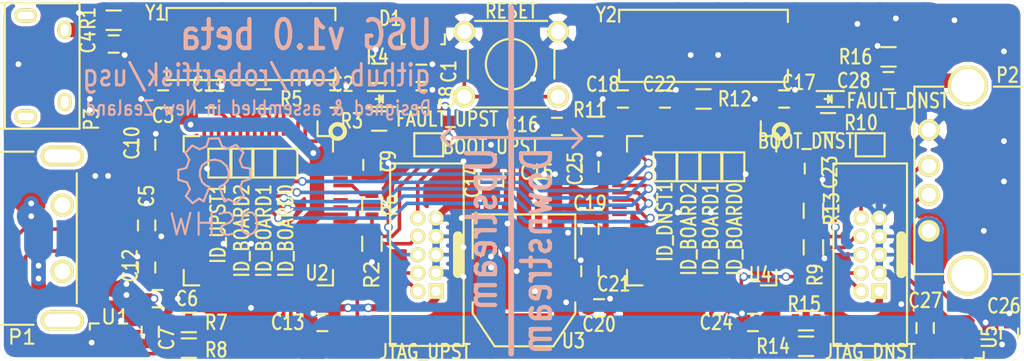
<source format=kicad_pcb>
(kicad_pcb (version 4) (host pcbnew "(2015-10-16 BZR 6271)-product")
  (layers (0 F.Cu signal hide) (31 B.Cu signal) (34 B.Paste user hide) (35 F.Paste user hide) (36 B.SilkS user) (37 F.SilkS user hide) (38 B.Mask user) (39 F.Mask user hide) (44 Edge.Cuts user))
  (net 0 "")
  (net 1 "Net-(BOOT_DNST1-Pad1)")
  (net 2 +3V3)
  (net 3 "Net-(BOOT_UPST1-Pad1)")
  (net 4 /RESET_UPST)
  (net 5 GND)
  (net 6 "Net-(C2-Pad1)")
  (net 7 "Net-(C3-Pad1)")
  (net 8 "Net-(C4-Pad1)")
  (net 9 "Net-(C5-Pad1)")
  (net 10 +5V)
  (net 11 /RESET_DNST)
  (net 12 "Net-(C17-Pad1)")
  (net 13 "Net-(C18-Pad1)")
  (net 14 "Net-(C19-Pad1)")
  (net 15 "Net-(C28-Pad1)")
  (net 16 "Net-(D1-Pad3)")
  (net 17 "Net-(FAULT_DNST1-Pad1)")
  (net 18 "Net-(FAULT_UPST1-Pad1)")
  (net 19 "Net-(ID_DNST1-Pad2)")
  (net 20 "Net-(ID_DNST_BOARD0-Pad2)")
  (net 21 "Net-(ID_DNST_BOARD1-Pad2)")
  (net 22 "Net-(ID_DNST_BOARD2-Pad2)")
  (net 23 "Net-(ID_UPST1-Pad2)")
  (net 24 "Net-(ID_UPST_BOARD0-Pad2)")
  (net 25 "Net-(ID_UPST_BOARD1-Pad2)")
  (net 26 "Net-(ID_UPST_BOARD2-Pad2)")
  (net 27 /JTCK_DNST)
  (net 28 /JTDO_DNST)
  (net 29 /JTDI_DNST)
  (net 30 /JTMS_DNST)
  (net 31 /JTCK_UPST)
  (net 32 /JTDO_UPST)
  (net 33 /JTDI_UPST)
  (net 34 /JTMS_UPST)
  (net 35 "Net-(P1-Pad2)")
  (net 36 "Net-(P1-Pad3)")
  (net 37 "Net-(P2-Pad3)")
  (net 38 "Net-(P2-Pad2)")
  (net 39 "Net-(R3-Pad1)")
  (net 40 "Net-(R5-Pad1)")
  (net 41 "Net-(R6-Pad1)")
  (net 42 "Net-(R7-Pad2)")
  (net 43 "Net-(R8-Pad2)")
  (net 44 "Net-(R10-Pad1)")
  (net 45 "Net-(R12-Pad1)")
  (net 46 "Net-(R13-Pad1)")
  (net 47 "Net-(R14-Pad2)")
  (net 48 "Net-(R15-Pad2)")
  (net 49 /SPI_TX_OK)
  (net 50 /SPI_NSS)
  (net 51 /SPI_SCK)
  (net 52 /SPI_MISO)
  (net 53 /SPI_MOSI)
  (module USG_footprints:J_NO_0402 (layer F.Cu) (at 176.149 105.029 180)
    (fp_text reference BOOT_DNST (at 4.445 0.254 180) (layer F.SilkS) (effects (font (size 1 0.8))))
    (fp_text value Jumper_NO_Small)
    (pad 1 smd rect (at -0.5 0 180) (size 0.6 1.2) (layers F.Cu F.Paste F.Mask) (net 1 "Net-(BOOT_DNST1-Pad1)"))
    (pad 2 smd rect (at 0.5 0 180) (size 0.6 1.2) (layers F.Cu F.Paste F.Mask) (net 2 +3V3))
  )
  (module USG_footprints:J_NO_0402 (layer F.Cu) (at 145.542 105.029 180)
    (fp_text reference BOOT_UPST (at -4.318 -0.127 180) (layer F.SilkS) (effects (font (size 1 0.8))))
    (fp_text value Jumper_NO_Small)
    (pad 1 smd rect (at -0.5 0 180) (size 0.6 1.2) (layers F.Cu F.Paste F.Mask) (net 3 "Net-(BOOT_UPST1-Pad1)"))
    (pad 2 smd rect (at 0.5 0 180) (size 0.6 1.2) (layers F.Cu F.Paste F.Mask) (net 2 +3V3))
  )
  (module Capacitors_SMD:C_0603 (layer F.Cu) (at 145.034 100.076)
    (fp_text reference C1 (at 1.905 -0.127 90) (layer F.SilkS) (effects (font (size 1 0.8))))
    (fp_text value 0.1u)
    (pad 1 smd rect (at -0.75 0) (size 0.8 0.75) (layers F.Cu F.Paste F.Mask) (net 4 /RESET_UPST))
    (pad 2 smd rect (at 0.75 0) (size 0.8 0.75) (layers F.Cu F.Paste F.Mask) (net 5 GND))
  )
  (module Capacitors_SMD:C_0603 (layer F.Cu) (at 139.065 101.854)
    (fp_text reference C2 (at 0.508 -1.016) (layer F.SilkS) (effects (font (size 1 0.8))))
    (fp_text value 18p)
    (pad 1 smd rect (at -0.75 0) (size 0.8 0.75) (layers F.Cu F.Paste F.Mask) (net 6 "Net-(C2-Pad1)"))
    (pad 2 smd rect (at 0.75 0) (size 0.8 0.75) (layers F.Cu F.Paste F.Mask) (net 5 GND))
  )
  (module Capacitors_SMD:C_0603 (layer F.Cu) (at 127.127 101.854 180)
    (fp_text reference C3 (at 0 -1.143 180) (layer F.SilkS) (effects (font (size 1 0.8))))
    (fp_text value 18p)
    (pad 1 smd rect (at -0.75 0 180) (size 0.8 0.75) (layers F.Cu F.Paste F.Mask) (net 7 "Net-(C3-Pad1)"))
    (pad 2 smd rect (at 0.75 0 180) (size 0.8 0.75) (layers F.Cu F.Paste F.Mask) (net 5 GND))
  )
  (module Capacitors_SMD:C_0603 (layer F.Cu) (at 123.698 98.044)
    (fp_text reference C4 (at -1.778 -0.127 90) (layer F.SilkS) (effects (font (size 1 0.8))))
    (fp_text value 0.1u)
    (pad 1 smd rect (at -0.75 0) (size 0.8 0.75) (layers F.Cu F.Paste F.Mask) (net 8 "Net-(C4-Pad1)"))
    (pad 2 smd rect (at 0.75 0) (size 0.8 0.75) (layers F.Cu F.Paste F.Mask) (net 5 GND))
  )
  (module Capacitors_SMD:C_0603 (layer F.Cu) (at 125.984 110.617 90)
    (fp_text reference C5 (at 2.032 0 90) (layer F.SilkS) (effects (font (size 1 0.8))))
    (fp_text value 4.7u)
    (pad 1 smd rect (at -0.75 0 90) (size 0.8 0.75) (layers F.Cu F.Paste F.Mask) (net 9 "Net-(C5-Pad1)"))
    (pad 2 smd rect (at 0.75 0 90) (size 0.8 0.75) (layers F.Cu F.Paste F.Mask) (net 5 GND))
  )
  (module Capacitors_SMD:C_0603 (layer F.Cu) (at 126.746 115.697)
    (fp_text reference C6 (at 2.032 0) (layer F.SilkS) (effects (font (size 1 0.8))))
    (fp_text value 0.1u)
    (pad 1 smd rect (at -0.75 0) (size 0.8 0.75) (layers F.Cu F.Paste F.Mask) (net 10 +5V))
    (pad 2 smd rect (at 0.75 0) (size 0.8 0.75) (layers F.Cu F.Paste F.Mask) (net 5 GND))
  )
  (module Capacitors_SMD:C_0603 (layer F.Cu) (at 126.238 117.983 90)
    (fp_text reference C7 (at -0.508 1.143 90) (layer F.SilkS) (effects (font (size 1 0.8))))
    (fp_text value 0.1u)
    (pad 1 smd rect (at -0.75 0 90) (size 0.8 0.75) (layers F.Cu F.Paste F.Mask) (net 2 +3V3))
    (pad 2 smd rect (at 0.75 0 90) (size 0.8 0.75) (layers F.Cu F.Paste F.Mask) (net 5 GND))
  )
  (module Capacitors_SMD:C_0603 (layer F.Cu) (at 145.034 101.854)
    (fp_text reference C8 (at 1.778 -0.127 90) (layer F.SilkS) (effects (font (size 1 0.8))))
    (fp_text value 4.7u)
    (pad 1 smd rect (at -0.75 0) (size 0.8 0.75) (layers F.Cu F.Paste F.Mask) (net 2 +3V3))
    (pad 2 smd rect (at 0.75 0) (size 0.8 0.75) (layers F.Cu F.Paste F.Mask) (net 5 GND))
  )
  (module Capacitors_SMD:C_0603 (layer F.Cu) (at 141.605 106.426 90)
    (fp_text reference C9 (at 0.254 1.143 90) (layer F.SilkS) (effects (font (size 1 0.8))))
    (fp_text value 0.1u)
    (pad 1 smd rect (at -0.75 0 90) (size 0.8 0.75) (layers F.Cu F.Paste F.Mask) (net 5 GND))
    (pad 2 smd rect (at 0.75 0 90) (size 0.8 0.75) (layers F.Cu F.Paste F.Mask) (net 2 +3V3))
  )
  (module Capacitors_SMD:C_0603 (layer F.Cu) (at 125.984 105.029 270)
    (fp_text reference C10 (at -0.127 1.016 270) (layer F.SilkS) (effects (font (size 1 0.8))))
    (fp_text value 0.1u)
    (pad 1 smd rect (at -0.75 0 270) (size 0.8 0.75) (layers F.Cu F.Paste F.Mask) (net 5 GND))
    (pad 2 smd rect (at 0.75 0 270) (size 0.8 0.75) (layers F.Cu F.Paste F.Mask) (net 2 +3V3))
  )
  (module Capacitors_SMD:C_0603 (layer F.Cu) (at 130.429 101.854 180)
    (fp_text reference C11 (at 0.127 1.016 180) (layer F.SilkS) (effects (font (size 1 0.8))))
    (fp_text value 0.1u)
    (pad 1 smd rect (at -0.75 0 180) (size 0.8 0.75) (layers F.Cu F.Paste F.Mask) (net 5 GND))
    (pad 2 smd rect (at 0.75 0 180) (size 0.8 0.75) (layers F.Cu F.Paste F.Mask) (net 2 +3V3))
  )
  (module Capacitors_SMD:C_0603 (layer F.Cu) (at 125.984 113.538 270)
    (fp_text reference C12 (at -0.127 1.143 450) (layer F.SilkS) (effects (font (size 1 0.8))))
    (fp_text value 0.1u)
    (pad 1 smd rect (at -0.75 0 270) (size 0.8 0.75) (layers F.Cu F.Paste F.Mask) (net 5 GND))
    (pad 2 smd rect (at 0.75 0 270) (size 0.8 0.75) (layers F.Cu F.Paste F.Mask) (net 2 +3V3))
  )
  (module Capacitors_SMD:C_0603 (layer F.Cu) (at 138.176 117.348)
    (fp_text reference C13 (at -2.413 0) (layer F.SilkS) (effects (font (size 1 0.8))))
    (fp_text value 0.1u)
    (pad 1 smd rect (at -0.75 0) (size 0.8 0.75) (layers F.Cu F.Paste F.Mask) (net 5 GND))
    (pad 2 smd rect (at 0.75 0) (size 0.8 0.75) (layers F.Cu F.Paste F.Mask) (net 2 +3V3))
  )
  (module Capacitors_SMD:C_0805 (layer F.Cu) (at 149.86 107.442 90)
    (fp_text reference C14 (at -0.127 -1.27 90) (layer F.SilkS) (effects (font (size 1 0.8))))
    (fp_text value 10u)
    (pad 1 smd rect (at -1 0 90) (size 1 1.25) (layers F.Cu F.Paste F.Mask) (net 10 +5V))
    (pad 2 smd rect (at 1 0 90) (size 1 1.25) (layers F.Cu F.Paste F.Mask) (net 5 GND))
  )
  (module Capacitors_SMD:C_0805 (layer F.Cu) (at 153.289 108.204)
    (fp_text reference C15 (at -0.254 -1.27 180) (layer F.SilkS) (effects (font (size 1 0.8))))
    (fp_text value 22u)
    (pad 1 smd rect (at -1 0) (size 1 1.25) (layers F.Cu F.Paste F.Mask) (net 2 +3V3))
    (pad 2 smd rect (at 1 0) (size 1 1.25) (layers F.Cu F.Paste F.Mask) (net 5 GND))
  )
  (module Capacitors_SMD:C_0603 (layer F.Cu) (at 154.432 103.759 180)
    (fp_text reference C16 (at 2.413 0.127 180) (layer F.SilkS) (effects (font (size 1 0.8))))
    (fp_text value 0.1u)
    (pad 1 smd rect (at -0.75 0 180) (size 0.8 0.75) (layers F.Cu F.Paste F.Mask) (net 11 /RESET_DNST))
    (pad 2 smd rect (at 0.75 0 180) (size 0.8 0.75) (layers F.Cu F.Paste F.Mask) (net 5 GND))
  )
  (module Capacitors_SMD:C_0603 (layer F.Cu) (at 170.18 101.854)
    (fp_text reference C17 (at 1.016 -1.143) (layer F.SilkS) (effects (font (size 1 0.8))))
    (fp_text value 18p)
    (pad 1 smd rect (at -0.75 0) (size 0.8 0.75) (layers F.Cu F.Paste F.Mask) (net 12 "Net-(C17-Pad1)"))
    (pad 2 smd rect (at 0.75 0) (size 0.8 0.75) (layers F.Cu F.Paste F.Mask) (net 5 GND))
  )
  (module Capacitors_SMD:C_0603 (layer F.Cu) (at 159.004 101.854 180)
    (fp_text reference C18 (at 1.397 1.016 180) (layer F.SilkS) (effects (font (size 1 0.8))))
    (fp_text value 18p)
    (pad 1 smd rect (at -0.75 0 180) (size 0.8 0.75) (layers F.Cu F.Paste F.Mask) (net 13 "Net-(C18-Pad1)"))
    (pad 2 smd rect (at 0.75 0 180) (size 0.8 0.75) (layers F.Cu F.Paste F.Mask) (net 5 GND))
  )
  (module Capacitors_SMD:C_0603 (layer F.Cu) (at 156.718 110.871 90)
    (fp_text reference C19 (at 1.778 0 180) (layer F.SilkS) (effects (font (size 1 0.8))))
    (fp_text value 4.7u)
    (pad 1 smd rect (at -0.75 0 90) (size 0.8 0.75) (layers F.Cu F.Paste F.Mask) (net 14 "Net-(C19-Pad1)"))
    (pad 2 smd rect (at 0.75 0 90) (size 0.8 0.75) (layers F.Cu F.Paste F.Mask) (net 5 GND))
  )
  (module Capacitors_SMD:C_0603 (layer F.Cu) (at 157.353 116.332)
    (fp_text reference C20 (at 0 1.143) (layer F.SilkS) (effects (font (size 1 0.8))))
    (fp_text value 4.7u)
    (pad 1 smd rect (at -0.75 0) (size 0.8 0.75) (layers F.Cu F.Paste F.Mask) (net 2 +3V3))
    (pad 2 smd rect (at 0.75 0) (size 0.8 0.75) (layers F.Cu F.Paste F.Mask) (net 5 GND))
  )
  (module Capacitors_SMD:C_0603 (layer F.Cu) (at 156.718 113.792 270)
    (fp_text reference C21 (at 0.889 -1.651 360) (layer F.SilkS) (effects (font (size 1 0.8))))
    (fp_text value 0.1u)
    (pad 1 smd rect (at -0.75 0 270) (size 0.8 0.75) (layers F.Cu F.Paste F.Mask) (net 5 GND))
    (pad 2 smd rect (at 0.75 0 270) (size 0.8 0.75) (layers F.Cu F.Paste F.Mask) (net 2 +3V3))
  )
  (module Capacitors_SMD:C_0603 (layer F.Cu) (at 161.925 101.854 180)
    (fp_text reference C22 (at 0.381 1.016 180) (layer F.SilkS) (effects (font (size 1 0.8))))
    (fp_text value 0.1u)
    (pad 1 smd rect (at -0.75 0 180) (size 0.8 0.75) (layers F.Cu F.Paste F.Mask) (net 5 GND))
    (pad 2 smd rect (at 0.75 0 180) (size 0.8 0.75) (layers F.Cu F.Paste F.Mask) (net 2 +3V3))
  )
  (module Capacitors_SMD:C_0603 (layer F.Cu) (at 172.212 106.68 90)
    (fp_text reference C23 (at -0.254 1.143 90) (layer F.SilkS) (effects (font (size 1 0.8))))
    (fp_text value 0.1u)
    (pad 1 smd rect (at -0.75 0 90) (size 0.8 0.75) (layers F.Cu F.Paste F.Mask) (net 5 GND))
    (pad 2 smd rect (at 0.75 0 90) (size 0.8 0.75) (layers F.Cu F.Paste F.Mask) (net 2 +3V3))
  )
  (module Capacitors_SMD:C_0603 (layer F.Cu) (at 168.021 117.348)
    (fp_text reference C24 (at -2.54 0) (layer F.SilkS) (effects (font (size 1 0.8))))
    (fp_text value 0.1u)
    (pad 1 smd rect (at -0.75 0) (size 0.8 0.75) (layers F.Cu F.Paste F.Mask) (net 5 GND))
    (pad 2 smd rect (at 0.75 0) (size 0.8 0.75) (layers F.Cu F.Paste F.Mask) (net 2 +3V3))
  )
  (module Capacitors_SMD:C_0603 (layer F.Cu) (at 156.718 106.553 270)
    (fp_text reference C25 (at 0.127 1.016 270) (layer F.SilkS) (effects (font (size 1 0.8))))
    (fp_text value 0.1u)
    (pad 1 smd rect (at -0.75 0 270) (size 0.8 0.75) (layers F.Cu F.Paste F.Mask) (net 5 GND))
    (pad 2 smd rect (at 0.75 0 270) (size 0.8 0.75) (layers F.Cu F.Paste F.Mask) (net 2 +3V3))
  )
  (module Capacitors_SMD:C_0603 (layer F.Cu) (at 185.801 118.11 90)
    (fp_text reference C26 (at 1.905 -0.381 180) (layer F.SilkS) (effects (font (size 1 0.8))))
    (fp_text value 0.1u)
    (pad 1 smd rect (at -0.75 0 90) (size 0.8 0.75) (layers F.Cu F.Paste F.Mask) (net 10 +5V))
    (pad 2 smd rect (at 0.75 0 90) (size 0.8 0.75) (layers F.Cu F.Paste F.Mask) (net 5 GND))
  )
  (module Capacitors_SMD:C_0603 (layer F.Cu) (at 179.959 117.729 90)
    (fp_text reference C27 (at 1.905 0 180) (layer F.SilkS) (effects (font (size 1 0.8))))
    (fp_text value 0.1u)
    (pad 1 smd rect (at -0.75 0 90) (size 0.8 0.75) (layers F.Cu F.Paste F.Mask) (net 2 +3V3))
    (pad 2 smd rect (at 0.75 0 90) (size 0.8 0.75) (layers F.Cu F.Paste F.Mask) (net 5 GND))
  )
  (module Capacitors_SMD:C_0603 (layer F.Cu) (at 177.419 100.584 180)
    (fp_text reference C28 (at 2.413 0 180) (layer F.SilkS) (effects (font (size 1 0.8))))
    (fp_text value 0.1u)
    (pad 1 smd rect (at -0.75 0 180) (size 0.8 0.75) (layers F.Cu F.Paste F.Mask) (net 15 "Net-(C28-Pad1)"))
    (pad 2 smd rect (at 0.75 0 180) (size 0.8 0.75) (layers F.Cu F.Paste F.Mask) (net 5 GND))
  )
  (module TO_SOT_Packages_SMD:SOT-23 (layer F.Cu) (at 145.161 97.409 180)
    (fp_text reference D1 (at 2.286 1.143 180) (layer F.SilkS) (effects (font (size 1 0.8))))
    (fp_text value DOUBLE_DIODE_CCOM)
    (pad 1 smd rect (at -0.95 1.00076 180) (size 0.8001 0.8001) (layers F.Cu F.Paste F.Mask) (net 11 /RESET_DNST))
    (pad 2 smd rect (at 0.95 1.00076 180) (size 0.8001 0.8001) (layers F.Cu F.Paste F.Mask) (net 4 /RESET_UPST))
    (pad 3 smd rect (at 0 -0.99822 180) (size 0.8001 0.8001) (layers F.Cu F.Paste F.Mask) (net 16 "Net-(D1-Pad3)"))
  )
  (module LEDs:LED-0603 (layer F.Cu) (at 173.228 101.854 180)
    (fp_text reference FAULT_DNST (at -4.826 -0.127 360) (layer F.SilkS) (effects (font (size 1 0.8))))
    (fp_text value LED)
    (pad 2 smd rect (at 0.7493 0) (size 0.79756 0.79756) (layers F.Cu F.Paste F.Mask) (net 2 +3V3))
    (pad 1 smd rect (at -0.7493 0) (size 0.79756 0.79756) (layers F.Cu F.Paste F.Mask) (net 17 "Net-(FAULT_DNST1-Pad1)"))
  )
  (module LEDs:LED-0603 (layer F.Cu) (at 142.113 101.854 180)
    (fp_text reference FAULT_UPST (at -4.699 -1.397 180) (layer F.SilkS) (effects (font (size 1 0.8))))
    (fp_text value LED)
    (pad 2 smd rect (at 0.7493 0) (size 0.79756 0.79756) (layers F.Cu F.Paste F.Mask) (net 2 +3V3))
    (pad 1 smd rect (at -0.7493 0) (size 0.79756 0.79756) (layers F.Cu F.Paste F.Mask) (net 18 "Net-(FAULT_UPST1-Pad1)"))
  )
  (module USG_footprints:J_NC_0402 (layer F.Cu) (at 161.925 106.553 90)
    (fp_text reference ID_DNST1 (at -3.81 0 90) (layer F.SilkS) (effects (font (size 1 0.8))))
    (fp_text value Jumper_NC_Small)
    (pad 1 smd rect (at -0.5 0 90) (size 0.6 1.2) (layers F.Cu F.Paste F.Mask) (net 5 GND))
    (pad 2 smd rect (at 0.5 0 90) (size 0.6 1.2) (layers F.Cu F.Paste F.Mask) (net 19 "Net-(ID_DNST1-Pad2)"))
    (pad 3 smd rect (at 0 0 90) (size 0.6 0.3) (layers F.Cu F.Paste F.Mask))
  )
  (module USG_footprints:J_NC_0402 (layer F.Cu) (at 166.624 106.553 90)
    (fp_text reference ID_BOARD0 (at -4.318 0.127 90) (layer F.SilkS) (effects (font (size 1 0.8))))
    (fp_text value Jumper_NC_Small)
    (pad 1 smd rect (at -0.5 0 90) (size 0.6 1.2) (layers F.Cu F.Paste F.Mask) (net 5 GND))
    (pad 2 smd rect (at 0.5 0 90) (size 0.6 1.2) (layers F.Cu F.Paste F.Mask) (net 20 "Net-(ID_DNST_BOARD0-Pad2)"))
    (pad 3 smd rect (at 0 0 90) (size 0.6 0.3) (layers F.Cu F.Paste F.Mask))
  )
  (module USG_footprints:J_NC_0402 (layer F.Cu) (at 165.1 106.553 90)
    (fp_text reference ID_BOARD1 (at -4.318 0 90) (layer F.SilkS) (effects (font (size 1 0.8))))
    (fp_text value Jumper_NC_Small)
    (pad 1 smd rect (at -0.5 0 90) (size 0.6 1.2) (layers F.Cu F.Paste F.Mask) (net 5 GND))
    (pad 2 smd rect (at 0.5 0 90) (size 0.6 1.2) (layers F.Cu F.Paste F.Mask) (net 21 "Net-(ID_DNST_BOARD1-Pad2)"))
    (pad 3 smd rect (at 0 0 90) (size 0.6 0.3) (layers F.Cu F.Paste F.Mask))
  )
  (module USG_footprints:J_NC_0402 (layer F.Cu) (at 163.576 106.553 90)
    (fp_text reference ID_BOARD2 (at -4.318 0 90) (layer F.SilkS) (effects (font (size 1 0.8))))
    (fp_text value Jumper_NC_Small)
    (pad 1 smd rect (at -0.5 0 90) (size 0.6 1.2) (layers F.Cu F.Paste F.Mask) (net 5 GND))
    (pad 2 smd rect (at 0.5 0 90) (size 0.6 1.2) (layers F.Cu F.Paste F.Mask) (net 22 "Net-(ID_DNST_BOARD2-Pad2)"))
    (pad 3 smd rect (at 0 0 90) (size 0.6 0.3) (layers F.Cu F.Paste F.Mask))
  )
  (module USG_footprints:J_NO_0402 (layer F.Cu) (at 131.064 106.299 90)
    (fp_text reference ID_UPST1 (at -4.191 -0.127 90) (layer F.SilkS) (effects (font (size 1 0.8))))
    (fp_text value Jumper_NO_Small)
    (pad 1 smd rect (at -0.5 0 90) (size 0.6 1.2) (layers F.Cu F.Paste F.Mask) (net 5 GND))
    (pad 2 smd rect (at 0.5 0 90) (size 0.6 1.2) (layers F.Cu F.Paste F.Mask) (net 23 "Net-(ID_UPST1-Pad2)"))
  )
  (module USG_footprints:J_NC_0402 (layer F.Cu) (at 135.636 106.299 90)
    (fp_text reference ID_BOARD0 (at -4.699 0 90) (layer F.SilkS) (effects (font (size 1 0.8))))
    (fp_text value Jumper_NC_Small)
    (pad 1 smd rect (at -0.5 0 90) (size 0.6 1.2) (layers F.Cu F.Paste F.Mask) (net 5 GND))
    (pad 2 smd rect (at 0.5 0 90) (size 0.6 1.2) (layers F.Cu F.Paste F.Mask) (net 24 "Net-(ID_UPST_BOARD0-Pad2)"))
    (pad 3 smd rect (at 0 0 90) (size 0.6 0.3) (layers F.Cu F.Paste F.Mask))
  )
  (module USG_footprints:J_NC_0402 (layer F.Cu) (at 134.112 106.299 90)
    (fp_text reference ID_BOARD1 (at -4.699 0 90) (layer F.SilkS) (effects (font (size 1 0.8))))
    (fp_text value Jumper_NC_Small)
    (pad 1 smd rect (at -0.5 0 90) (size 0.6 1.2) (layers F.Cu F.Paste F.Mask) (net 5 GND))
    (pad 2 smd rect (at 0.5 0 90) (size 0.6 1.2) (layers F.Cu F.Paste F.Mask) (net 25 "Net-(ID_UPST_BOARD1-Pad2)"))
    (pad 3 smd rect (at 0 0 90) (size 0.6 0.3) (layers F.Cu F.Paste F.Mask))
  )
  (module USG_footprints:J_NC_0402 (layer F.Cu) (at 132.588 106.299 90)
    (fp_text reference ID_BOARD2 (at -4.699 0 90) (layer F.SilkS) (effects (font (size 1 0.8))))
    (fp_text value Jumper_NC_Small)
    (pad 1 smd rect (at -0.5 0 90) (size 0.6 1.2) (layers F.Cu F.Paste F.Mask) (net 5 GND))
    (pad 2 smd rect (at 0.5 0 90) (size 0.6 1.2) (layers F.Cu F.Paste F.Mask) (net 26 "Net-(ID_UPST_BOARD2-Pad2)"))
    (pad 3 smd rect (at 0 0 90) (size 0.6 0.3) (layers F.Cu F.Paste F.Mask))
  )
  (module USG_footprints:USB_A_PLUG (layer F.Cu) (at 120.142 111.506 270)
    (fp_text reference P1 (at 6.858 2.794 360) (layer F.SilkS))
    (fp_text value USB_A_PLUG)
    (pad 1 smd rect (at 3.5 -2.75 180) (size 2.5 1.1) (layers F.Cu F.Paste F.Mask) (net 10 +5V))
    (pad 2 smd rect (at 1 -2.75 180) (size 2.5 1.1) (layers F.Cu F.Paste F.Mask) (net 35 "Net-(P1-Pad2)"))
    (pad 3 smd rect (at -1 -2.75 180) (size 2.5 1.1) (layers F.Cu F.Paste F.Mask) (net 36 "Net-(P1-Pad3)"))
    (pad 5 thru_hole oval (at 5.7 0 180) (size 3 1.4) (drill oval 2.5 0.9) (layers *.Cu *.Mask F.SilkS) (net 8 "Net-(C4-Pad1)"))
    (pad 5 thru_hole circle (at -2.3 0 180) (size 1.6 1.6) (drill 1.1) (layers *.Cu *.Mask F.SilkS) (net 8 "Net-(C4-Pad1)"))
    (pad 5 thru_hole circle (at 2.3 0 180) (size 1.6 1.6) (drill 1.1) (layers *.Cu *.Mask F.SilkS) (net 8 "Net-(C4-Pad1)"))
    (pad 5 thru_hole oval (at -5.7 0 180) (size 3 1.4) (drill oval 2.5 0.9) (layers *.Cu *.Mask F.SilkS) (net 8 "Net-(C4-Pad1)"))
    (pad 4 smd rect (at -3.5 -2.75 180) (size 2.5 1.1) (layers F.Cu F.Paste F.Mask) (net 5 GND))
  )
  (module USG_footprints:USB_A_SOCKET (layer F.Cu) (at 180.213 110.998 90)
    (fp_text reference P2 (at 10.795 5.461 180) (layer F.SilkS) (effects (font (size 1 0.8))))
    (fp_text value USB_A_SOCKET)
    (pad 4 thru_hole circle (at 7 0) (size 1.50114 1.50114) (drill 1) (layers *.Cu *.Mask F.SilkS) (net 5 GND))
    (pad 3 thru_hole circle (at 4.5 0) (size 1.50114 1.50114) (drill 1) (layers *.Cu *.Mask F.SilkS) (net 37 "Net-(P2-Pad3)"))
    (pad 2 thru_hole circle (at 2.5 0) (size 1.50114 1.50114) (drill 1) (layers *.Cu *.Mask F.SilkS) (net 38 "Net-(P2-Pad2)"))
    (pad 1 thru_hole circle (at 0 0) (size 1.50114 1.50114) (drill 1) (layers *.Cu *.Mask F.SilkS) (net 10 +5V))
    (pad 5 thru_hole circle (at 10.07 2.71) (size 2.8 2.8) (drill 2.3) (layers *.Cu *.Mask F.SilkS) (net 15 "Net-(C28-Pad1)"))
    (pad 5 thru_hole circle (at -3.07 2.71) (size 2.8 2.8) (drill 2.3) (layers *.Cu *.Mask F.SilkS) (net 15 "Net-(C28-Pad1)"))
  )
  (module Resistors_SMD:R_0603 (layer F.Cu) (at 123.698 96.393)
    (fp_text reference R1 (at -1.778 -0.127 90) (layer F.SilkS) (effects (font (size 1 0.8))))
    (fp_text value 220)
    (pad 1 smd rect (at -0.75 0) (size 0.5 0.9) (layers F.Cu F.Paste F.Mask) (net 8 "Net-(C4-Pad1)"))
    (pad 2 smd rect (at 0.75 0) (size 0.5 0.9) (layers F.Cu F.Paste F.Mask) (net 5 GND))
  )
  (module Resistors_SMD:R_0603 (layer F.Cu) (at 141.605 111.887 270)
    (fp_text reference R2 (at 2.159 0 270) (layer F.SilkS))
    (fp_text value 1k)
    (pad 1 smd rect (at -0.75 0 270) (size 0.5 0.9) (layers F.Cu F.Paste F.Mask) (net 3 "Net-(BOOT_UPST1-Pad1)"))
    (pad 2 smd rect (at 0.75 0 270) (size 0.5 0.9) (layers F.Cu F.Paste F.Mask) (net 5 GND))
  )
  (module Resistors_SMD:R_0603 (layer F.Cu) (at 142.113 103.378)
    (fp_text reference R3 (at -1.905 0) (layer F.SilkS) (effects (font (size 1 0.8))))
    (fp_text value 1k)
    (pad 1 smd rect (at -0.75 0) (size 0.5 0.9) (layers F.Cu F.Paste F.Mask) (net 39 "Net-(R3-Pad1)"))
    (pad 2 smd rect (at 0.75 0) (size 0.5 0.9) (layers F.Cu F.Paste F.Mask) (net 18 "Net-(FAULT_UPST1-Pad1)"))
  )
  (module Resistors_SMD:R_0603 (layer F.Cu) (at 142.113 100.076)
    (fp_text reference R4 (at -0.127 -1.143) (layer F.SilkS) (effects (font (size 1 0.8))))
    (fp_text value 10k)
    (pad 1 smd rect (at -0.75 0) (size 0.5 0.9) (layers F.Cu F.Paste F.Mask) (net 2 +3V3))
    (pad 2 smd rect (at 0.75 0) (size 0.5 0.9) (layers F.Cu F.Paste F.Mask) (net 4 /RESET_UPST))
  )
  (module Resistors_SMD:R_0603 (layer F.Cu) (at 134.112 101.854 180)
    (fp_text reference R5 (at -1.905 0 180) (layer F.SilkS) (effects (font (size 1 0.8))))
    (fp_text value 220)
    (pad 1 smd rect (at -0.75 0 180) (size 0.5 0.9) (layers F.Cu F.Paste F.Mask) (net 40 "Net-(R5-Pad1)"))
    (pad 2 smd rect (at 0.75 0 180) (size 0.5 0.9) (layers F.Cu F.Paste F.Mask) (net 7 "Net-(C3-Pad1)"))
  )
  (module Resistors_SMD:R_0603 (layer F.Cu) (at 141.605 109.22 270)
    (fp_text reference R6 (at 0 -1.27 270) (layer F.SilkS) (effects (font (size 1 0.8))))
    (fp_text value 10k)
    (pad 1 smd rect (at -0.75 0 270) (size 0.5 0.9) (layers F.Cu F.Paste F.Mask) (net 41 "Net-(R6-Pad1)"))
    (pad 2 smd rect (at 0.75 0 270) (size 0.5 0.9) (layers F.Cu F.Paste F.Mask) (net 3 "Net-(BOOT_UPST1-Pad1)"))
  )
  (module Resistors_SMD:R_0603 (layer F.Cu) (at 128.905 117.348)
    (fp_text reference R7 (at 1.905 0) (layer F.SilkS) (effects (font (size 1 0.8))))
    (fp_text value 22)
    (pad 1 smd rect (at -0.75 0) (size 0.5 0.9) (layers F.Cu F.Paste F.Mask) (net 35 "Net-(P1-Pad2)"))
    (pad 2 smd rect (at 0.75 0) (size 0.5 0.9) (layers F.Cu F.Paste F.Mask) (net 42 "Net-(R7-Pad2)"))
  )
  (module Resistors_SMD:R_0603 (layer F.Cu) (at 128.905 119.126)
    (fp_text reference R8 (at 1.905 0.127) (layer F.SilkS) (effects (font (size 1 0.8))))
    (fp_text value 22)
    (pad 1 smd rect (at -0.75 0) (size 0.5 0.9) (layers F.Cu F.Paste F.Mask) (net 36 "Net-(P1-Pad3)"))
    (pad 2 smd rect (at 0.75 0) (size 0.5 0.9) (layers F.Cu F.Paste F.Mask) (net 43 "Net-(R8-Pad2)"))
  )
  (module Resistors_SMD:R_0603 (layer F.Cu) (at 172.212 112.141 270)
    (fp_text reference R9 (at 1.905 -0.127 270) (layer F.SilkS) (effects (font (size 1 0.8))))
    (fp_text value 1k)
    (pad 1 smd rect (at -0.75 0 270) (size 0.5 0.9) (layers F.Cu F.Paste F.Mask) (net 1 "Net-(BOOT_DNST1-Pad1)"))
    (pad 2 smd rect (at 0.75 0 270) (size 0.5 0.9) (layers F.Cu F.Paste F.Mask) (net 5 GND))
  )
  (module Resistors_SMD:R_0603 (layer F.Cu) (at 173.228 103.505)
    (fp_text reference R10 (at 2.286 0) (layer F.SilkS) (effects (font (size 1 0.8))))
    (fp_text value 1k)
    (pad 1 smd rect (at -0.75 0) (size 0.5 0.9) (layers F.Cu F.Paste F.Mask) (net 44 "Net-(R10-Pad1)"))
    (pad 2 smd rect (at 0.75 0) (size 0.5 0.9) (layers F.Cu F.Paste F.Mask) (net 17 "Net-(FAULT_DNST1-Pad1)"))
  )
  (module Resistors_SMD:R_0603 (layer F.Cu) (at 157.099 103.759 180)
    (fp_text reference R11 (at 0.381 1.143 360) (layer F.SilkS) (effects (font (size 1 0.8))))
    (fp_text value 10k)
    (pad 1 smd rect (at -0.75 0 180) (size 0.5 0.9) (layers F.Cu F.Paste F.Mask) (net 2 +3V3))
    (pad 2 smd rect (at 0.75 0 180) (size 0.5 0.9) (layers F.Cu F.Paste F.Mask) (net 11 /RESET_DNST))
  )
  (module Resistors_SMD:R_0603 (layer F.Cu) (at 164.592 101.854 180)
    (fp_text reference R12 (at -2.159 0 180) (layer F.SilkS) (effects (font (size 1 0.8))))
    (fp_text value 220)
    (pad 1 smd rect (at -0.75 0 180) (size 0.5 0.9) (layers F.Cu F.Paste F.Mask) (net 45 "Net-(R12-Pad1)"))
    (pad 2 smd rect (at 0.75 0 180) (size 0.5 0.9) (layers F.Cu F.Paste F.Mask) (net 13 "Net-(C18-Pad1)"))
  )
  (module Resistors_SMD:R_0603 (layer F.Cu) (at 172.212 109.601 270)
    (fp_text reference R13 (at -0.127 -1.27 270) (layer F.SilkS) (effects (font (size 1 0.8))))
    (fp_text value 10k)
    (pad 1 smd rect (at -0.75 0 270) (size 0.5 0.9) (layers F.Cu F.Paste F.Mask) (net 46 "Net-(R13-Pad1)"))
    (pad 2 smd rect (at 0.75 0 270) (size 0.5 0.9) (layers F.Cu F.Paste F.Mask) (net 1 "Net-(BOOT_DNST1-Pad1)"))
  )
  (module Resistors_SMD:R_0603 (layer F.Cu) (at 171.704 118.999 180)
    (fp_text reference R14 (at 2.286 0 180) (layer F.SilkS) (effects (font (size 1 0.8))))
    (fp_text value 22)
    (pad 1 smd rect (at -0.75 0 180) (size 0.5 0.9) (layers F.Cu F.Paste F.Mask) (net 38 "Net-(P2-Pad2)"))
    (pad 2 smd rect (at 0.75 0 180) (size 0.5 0.9) (layers F.Cu F.Paste F.Mask) (net 47 "Net-(R14-Pad2)"))
  )
  (module Resistors_SMD:R_0603 (layer F.Cu) (at 171.704 117.221 180)
    (fp_text reference R15 (at 0.127 1.143 360) (layer F.SilkS) (effects (font (size 1 0.8))))
    (fp_text value 22)
    (pad 1 smd rect (at -0.75 0 180) (size 0.5 0.9) (layers F.Cu F.Paste F.Mask) (net 37 "Net-(P2-Pad3)"))
    (pad 2 smd rect (at 0.75 0 180) (size 0.5 0.9) (layers F.Cu F.Paste F.Mask) (net 48 "Net-(R15-Pad2)"))
  )
  (module Resistors_SMD:R_0603 (layer F.Cu) (at 177.419 98.933 180)
    (fp_text reference R16 (at 2.286 0 180) (layer F.SilkS) (effects (font (size 1 0.8))))
    (fp_text value 220)
    (pad 1 smd rect (at -0.75 0 180) (size 0.5 0.9) (layers F.Cu F.Paste F.Mask) (net 15 "Net-(C28-Pad1)"))
    (pad 2 smd rect (at 0.75 0 180) (size 0.5 0.9) (layers F.Cu F.Paste F.Mask) (net 5 GND))
  )
  (module USG_footprints:SW_TACT (layer F.Cu) (at 151.257 99.441)
    (fp_text reference RESET (at 0 -3.683) (layer F.SilkS) (effects (font (size 1 0.8))))
    (fp_text value SW_PUSH)
    (pad 1 thru_hole circle (at 3.25 -2.25) (size 1.5 1.5) (drill 1) (layers *.Cu *.Mask F.SilkS) (net 5 GND))
    (pad 2 thru_hole circle (at 3.25 2.25) (size 1.5 1.5) (drill 1) (layers *.Cu *.Mask F.SilkS) (net 16 "Net-(D1-Pad3)"))
    (pad 1 thru_hole circle (at -3.25 -2.25) (size 1.5 1.5) (drill 1) (layers *.Cu *.Mask F.SilkS) (net 5 GND))
    (pad 2 thru_hole circle (at -3.25 2.25) (size 1.5 1.5) (drill 1) (layers *.Cu *.Mask F.SilkS) (net 16 "Net-(D1-Pad3)"))
  )
  (module TO_SOT_Packages_SMD:SC-70-6 (layer F.Cu) (at 123.825 118.745 270)
    (fp_text reference U1 (at -1.778 0 360) (layer F.SilkS))
    (fp_text value NUP4114)
    (pad 1 smd rect (at -0.65024 0.94996 270) (size 0.39878 0.7493) (layers F.Cu F.Paste F.Mask) (net 35 "Net-(P1-Pad2)"))
    (pad 2 smd rect (at 0 0.94996 270) (size 0.39878 0.7493) (layers F.Cu F.Paste F.Mask) (net 5 GND))
    (pad 3 smd rect (at 0.65024 0.94996 270) (size 0.39878 0.7493) (layers F.Cu F.Paste F.Mask) (net 36 "Net-(P1-Pad3)"))
    (pad 4 smd rect (at 0.65024 -0.94996 270) (size 0.39878 0.7493) (layers F.Cu F.Paste F.Mask) (net 36 "Net-(P1-Pad3)"))
    (pad 5 smd rect (at 0 -0.94996 270) (size 0.39878 0.7493) (layers F.Cu F.Paste F.Mask) (net 2 +3V3))
    (pad 6 smd rect (at -0.65024 -0.94996 270) (size 0.39878 0.7493) (layers F.Cu F.Paste F.Mask) (net 35 "Net-(P1-Pad2)"))
  )
  (module TO_SOT_Packages_SMD:SOT-223 (layer F.Cu) (at 152.146 114.427 180)
    (fp_text reference U3 (at -3.429 -4.191 180) (layer F.SilkS) (effects (font (size 1 0.8))))
    (fp_text value AZ1117CH-3.3)
    (pad 4 smd rect (at 0 -3.302 180) (size 3.6576 2.032) (layers F.Cu F.Paste F.Mask))
    (pad 2 smd rect (at 0 3.302 180) (size 1.016 2.032) (layers F.Cu F.Paste F.Mask) (net 2 +3V3))
    (pad 3 smd rect (at 2.286 3.302 180) (size 1.016 2.032) (layers F.Cu F.Paste F.Mask) (net 10 +5V))
    (pad 1 smd rect (at -2.286 3.302 180) (size 1.016 2.032) (layers F.Cu F.Paste F.Mask) (net 5 GND))
  )
  (module TO_SOT_Packages_SMD:SC-70-6 (layer F.Cu) (at 182.245 118.491 90)
    (fp_text reference U5 (at 0.127 2.159 270) (layer F.SilkS) (effects (font (size 1 0.8))))
    (fp_text value NUP4114)
    (pad 1 smd rect (at -0.65024 0.94996 90) (size 0.39878 0.7493) (layers F.Cu F.Paste F.Mask) (net 38 "Net-(P2-Pad2)"))
    (pad 2 smd rect (at 0 0.94996 90) (size 0.39878 0.7493) (layers F.Cu F.Paste F.Mask) (net 5 GND))
    (pad 3 smd rect (at 0.65024 0.94996 90) (size 0.39878 0.7493) (layers F.Cu F.Paste F.Mask) (net 37 "Net-(P2-Pad3)"))
    (pad 4 smd rect (at 0.65024 -0.94996 90) (size 0.39878 0.7493) (layers F.Cu F.Paste F.Mask) (net 37 "Net-(P2-Pad3)"))
    (pad 5 smd rect (at 0 -0.94996 90) (size 0.39878 0.7493) (layers F.Cu F.Paste F.Mask) (net 2 +3V3))
    (pad 6 smd rect (at -0.65024 -0.94996 90) (size 0.39878 0.7493) (layers F.Cu F.Paste F.Mask) (net 38 "Net-(P2-Pad2)"))
  )
  (module Crystals:Crystal_HC49-SD_SMD (layer F.Cu) (at 133.223 98.044 180)
    (fp_text reference Y1 (at 6.604 2.159 180) (layer F.SilkS) (effects (font (size 1 0.8))))
    (fp_text value 8MHz)
    (pad 1 smd rect (at -4.84886 0 180) (size 5.6007 2.10058) (layers F.Cu F.Paste F.Mask) (net 6 "Net-(C2-Pad1)"))
    (pad 2 smd rect (at 4.84886 0 180) (size 5.6007 2.10058) (layers F.Cu F.Paste F.Mask) (net 7 "Net-(C3-Pad1)"))
  )
  (module Crystals:Crystal_HC49-SD_SMD (layer F.Cu) (at 164.592 98.171 180)
    (fp_text reference Y2 (at 6.731 2.159 180) (layer F.SilkS) (effects (font (size 1 0.8))))
    (fp_text value 8MHz)
    (pad 1 smd rect (at -4.84886 0 180) (size 5.6007 2.10058) (layers F.Cu F.Paste F.Mask) (net 12 "Net-(C17-Pad1)"))
    (pad 2 smd rect (at 4.84886 0 180) (size 5.6007 2.10058) (layers F.Cu F.Paste F.Mask) (net 13 "Net-(C18-Pad1)"))
  )
  (module USG_footprints:LQFP-64_10x10mm_Pitch0.5mm (layer F.Cu) (at 133.731 109.601 270)
    (fp_text reference U2 (at 4.318 -4.064 360) (layer F.SilkS) (effects (font (size 1 0.8))))
    (fp_text value STM32F401xB)
    (pad 1 smd rect (at -5.7 -3.75 270) (size 1 0.25) (layers F.Cu F.Paste F.Mask) (net 2 +3V3))
    (pad 2 smd rect (at -5.7 -3.25 270) (size 1 0.25) (layers F.Cu F.Paste F.Mask) (net 39 "Net-(R3-Pad1)"))
    (pad 3 smd rect (at -5.7 -2.75 270) (size 1 0.25) (layers F.Cu F.Paste F.Mask))
    (pad 4 smd rect (at -5.7 -2.25 270) (size 1 0.25) (layers F.Cu F.Paste F.Mask))
    (pad 5 smd rect (at -5.7 -1.75 270) (size 1 0.25) (layers F.Cu F.Paste F.Mask) (net 6 "Net-(C2-Pad1)"))
    (pad 6 smd rect (at -5.7 -1.25 270) (size 1 0.25) (layers F.Cu F.Paste F.Mask) (net 40 "Net-(R5-Pad1)"))
    (pad 7 smd rect (at -5.7 -0.75 270) (size 1 0.25) (layers F.Cu F.Paste F.Mask) (net 4 /RESET_UPST))
    (pad 8 smd rect (at -5.7 -0.25 270) (size 1 0.25) (layers F.Cu F.Paste F.Mask) (net 24 "Net-(ID_UPST_BOARD0-Pad2)"))
    (pad 9 smd rect (at -5.7 0.25 270) (size 1 0.25) (layers F.Cu F.Paste F.Mask) (net 25 "Net-(ID_UPST_BOARD1-Pad2)"))
    (pad 10 smd rect (at -5.7 0.75 270) (size 1 0.25) (layers F.Cu F.Paste F.Mask) (net 26 "Net-(ID_UPST_BOARD2-Pad2)"))
    (pad 11 smd rect (at -5.7 1.25 270) (size 1 0.25) (layers F.Cu F.Paste F.Mask) (net 23 "Net-(ID_UPST1-Pad2)"))
    (pad 12 smd rect (at -5.7 1.75 270) (size 1 0.25) (layers F.Cu F.Paste F.Mask) (net 5 GND))
    (pad 13 smd rect (at -5.7 2.25 270) (size 1 0.25) (layers F.Cu F.Paste F.Mask) (net 2 +3V3))
    (pad 14 smd rect (at -5.7 2.75 270) (size 1 0.25) (layers F.Cu F.Paste F.Mask))
    (pad 15 smd rect (at -5.7 3.25 270) (size 1 0.25) (layers F.Cu F.Paste F.Mask))
    (pad 16 smd rect (at -5.7 3.75 270) (size 1 0.25) (layers F.Cu F.Paste F.Mask))
    (pad 17 smd rect (at -3.75 5.7) (size 1 0.25) (layers F.Cu F.Paste F.Mask) (net 49 /SPI_TX_OK))
    (pad 18 smd rect (at -3.25 5.7) (size 1 0.25) (layers F.Cu F.Paste F.Mask) (net 5 GND))
    (pad 19 smd rect (at -2.75 5.7) (size 1 0.25) (layers F.Cu F.Paste F.Mask) (net 2 +3V3))
    (pad 20 smd rect (at -2.25 5.7) (size 1 0.25) (layers F.Cu F.Paste F.Mask) (net 50 /SPI_NSS))
    (pad 21 smd rect (at -1.75 5.7) (size 1 0.25) (layers F.Cu F.Paste F.Mask) (net 51 /SPI_SCK))
    (pad 22 smd rect (at -1.25 5.7) (size 1 0.25) (layers F.Cu F.Paste F.Mask) (net 52 /SPI_MISO))
    (pad 23 smd rect (at -0.75 5.7) (size 1 0.25) (layers F.Cu F.Paste F.Mask) (net 53 /SPI_MOSI))
    (pad 24 smd rect (at -0.25 5.7) (size 1 0.25) (layers F.Cu F.Paste F.Mask))
    (pad 25 smd rect (at 0.25 5.7) (size 1 0.25) (layers F.Cu F.Paste F.Mask))
    (pad 26 smd rect (at 0.75 5.7) (size 1 0.25) (layers F.Cu F.Paste F.Mask))
    (pad 27 smd rect (at 1.25 5.7) (size 1 0.25) (layers F.Cu F.Paste F.Mask))
    (pad 28 smd rect (at 1.75 5.7) (size 1 0.25) (layers F.Cu F.Paste F.Mask) (net 5 GND))
    (pad 29 smd rect (at 2.25 5.7) (size 1 0.25) (layers F.Cu F.Paste F.Mask))
    (pad 30 smd rect (at 2.75 5.7) (size 1 0.25) (layers F.Cu F.Paste F.Mask) (net 9 "Net-(C5-Pad1)"))
    (pad 31 smd rect (at 3.25 5.7) (size 1 0.25) (layers F.Cu F.Paste F.Mask) (net 5 GND))
    (pad 32 smd rect (at 3.75 5.7) (size 1 0.25) (layers F.Cu F.Paste F.Mask) (net 2 +3V3))
    (pad 33 smd rect (at 5.7 3.75 270) (size 1 0.25) (layers F.Cu F.Paste F.Mask))
    (pad 34 smd rect (at 5.7 3.25 270) (size 1 0.25) (layers F.Cu F.Paste F.Mask))
    (pad 35 smd rect (at 5.7 2.75 270) (size 1 0.25) (layers F.Cu F.Paste F.Mask))
    (pad 36 smd rect (at 5.7 2.25 270) (size 1 0.25) (layers F.Cu F.Paste F.Mask))
    (pad 37 smd rect (at 5.7 1.75 270) (size 1 0.25) (layers F.Cu F.Paste F.Mask))
    (pad 38 smd rect (at 5.7 1.25 270) (size 1 0.25) (layers F.Cu F.Paste F.Mask))
    (pad 39 smd rect (at 5.7 0.75 270) (size 1 0.25) (layers F.Cu F.Paste F.Mask))
    (pad 40 smd rect (at 5.7 0.25 270) (size 1 0.25) (layers F.Cu F.Paste F.Mask))
    (pad 41 smd rect (at 5.7 -0.25 270) (size 1 0.25) (layers F.Cu F.Paste F.Mask))
    (pad 42 smd rect (at 5.7 -0.75 270) (size 1 0.25) (layers F.Cu F.Paste F.Mask))
    (pad 43 smd rect (at 5.7 -1.25 270) (size 1 0.25) (layers F.Cu F.Paste F.Mask))
    (pad 44 smd rect (at 5.7 -1.75 270) (size 1 0.25) (layers F.Cu F.Paste F.Mask) (net 42 "Net-(R7-Pad2)"))
    (pad 45 smd rect (at 5.7 -2.25 270) (size 1 0.25) (layers F.Cu F.Paste F.Mask) (net 43 "Net-(R8-Pad2)"))
    (pad 46 smd rect (at 5.7 -2.75 270) (size 1 0.25) (layers F.Cu F.Paste F.Mask) (net 34 /JTMS_UPST))
    (pad 47 smd rect (at 5.7 -3.25 270) (size 1 0.25) (layers F.Cu F.Paste F.Mask) (net 5 GND))
    (pad 48 smd rect (at 5.7 -3.75 270) (size 1 0.25) (layers F.Cu F.Paste F.Mask) (net 2 +3V3))
    (pad 49 smd rect (at 3.75 -5.7) (size 1 0.25) (layers F.Cu F.Paste F.Mask) (net 31 /JTCK_UPST))
    (pad 50 smd rect (at 3.25 -5.7) (size 1 0.25) (layers F.Cu F.Paste F.Mask) (net 33 /JTDI_UPST))
    (pad 51 smd rect (at 2.75 -5.7) (size 1 0.25) (layers F.Cu F.Paste F.Mask))
    (pad 52 smd rect (at 2.25 -5.7) (size 1 0.25) (layers F.Cu F.Paste F.Mask))
    (pad 53 smd rect (at 1.75 -5.7) (size 1 0.25) (layers F.Cu F.Paste F.Mask))
    (pad 54 smd rect (at 1.25 -5.7) (size 1 0.25) (layers F.Cu F.Paste F.Mask))
    (pad 55 smd rect (at 0.75 -5.7) (size 1 0.25) (layers F.Cu F.Paste F.Mask) (net 32 /JTDO_UPST))
    (pad 56 smd rect (at 0.25 -5.7) (size 1 0.25) (layers F.Cu F.Paste F.Mask) (net 2 +3V3))
    (pad 57 smd rect (at -0.25 -5.7) (size 1 0.25) (layers F.Cu F.Paste F.Mask))
    (pad 58 smd rect (at -0.75 -5.7) (size 1 0.25) (layers F.Cu F.Paste F.Mask))
    (pad 59 smd rect (at -1.25 -5.7) (size 1 0.25) (layers F.Cu F.Paste F.Mask))
    (pad 60 smd rect (at -1.75 -5.7) (size 1 0.25) (layers F.Cu F.Paste F.Mask) (net 41 "Net-(R6-Pad1)"))
    (pad 61 smd rect (at -2.25 -5.7) (size 1 0.25) (layers F.Cu F.Paste F.Mask))
    (pad 62 smd rect (at -2.75 -5.7) (size 1 0.25) (layers F.Cu F.Paste F.Mask))
    (pad 63 smd rect (at -3.25 -5.7) (size 1 0.25) (layers F.Cu F.Paste F.Mask) (net 5 GND))
    (pad 64 smd rect (at -3.75 -5.7) (size 1 0.25) (layers F.Cu F.Paste F.Mask) (net 2 +3V3))
  )
  (module USG_footprints:LQFP-64_10x10mm_Pitch0.5mm (layer F.Cu) (at 164.465 109.601 270)
    (fp_text reference U4 (at 4.445 -4.064 360) (layer F.SilkS) (effects (font (size 1 0.8))))
    (fp_text value STM32F401xB)
    (pad 1 smd rect (at -5.7 -3.75 270) (size 1 0.25) (layers F.Cu F.Paste F.Mask) (net 2 +3V3))
    (pad 2 smd rect (at -5.7 -3.25 270) (size 1 0.25) (layers F.Cu F.Paste F.Mask) (net 44 "Net-(R10-Pad1)"))
    (pad 3 smd rect (at -5.7 -2.75 270) (size 1 0.25) (layers F.Cu F.Paste F.Mask))
    (pad 4 smd rect (at -5.7 -2.25 270) (size 1 0.25) (layers F.Cu F.Paste F.Mask))
    (pad 5 smd rect (at -5.7 -1.75 270) (size 1 0.25) (layers F.Cu F.Paste F.Mask) (net 12 "Net-(C17-Pad1)"))
    (pad 6 smd rect (at -5.7 -1.25 270) (size 1 0.25) (layers F.Cu F.Paste F.Mask) (net 45 "Net-(R12-Pad1)"))
    (pad 7 smd rect (at -5.7 -0.75 270) (size 1 0.25) (layers F.Cu F.Paste F.Mask) (net 11 /RESET_DNST))
    (pad 8 smd rect (at -5.7 -0.25 270) (size 1 0.25) (layers F.Cu F.Paste F.Mask) (net 20 "Net-(ID_DNST_BOARD0-Pad2)"))
    (pad 9 smd rect (at -5.7 0.25 270) (size 1 0.25) (layers F.Cu F.Paste F.Mask) (net 21 "Net-(ID_DNST_BOARD1-Pad2)"))
    (pad 10 smd rect (at -5.7 0.75 270) (size 1 0.25) (layers F.Cu F.Paste F.Mask) (net 22 "Net-(ID_DNST_BOARD2-Pad2)"))
    (pad 11 smd rect (at -5.7 1.25 270) (size 1 0.25) (layers F.Cu F.Paste F.Mask) (net 19 "Net-(ID_DNST1-Pad2)"))
    (pad 12 smd rect (at -5.7 1.75 270) (size 1 0.25) (layers F.Cu F.Paste F.Mask) (net 5 GND))
    (pad 13 smd rect (at -5.7 2.25 270) (size 1 0.25) (layers F.Cu F.Paste F.Mask) (net 2 +3V3))
    (pad 14 smd rect (at -5.7 2.75 270) (size 1 0.25) (layers F.Cu F.Paste F.Mask))
    (pad 15 smd rect (at -5.7 3.25 270) (size 1 0.25) (layers F.Cu F.Paste F.Mask))
    (pad 16 smd rect (at -5.7 3.75 270) (size 1 0.25) (layers F.Cu F.Paste F.Mask))
    (pad 17 smd rect (at -3.75 5.7) (size 1 0.25) (layers F.Cu F.Paste F.Mask) (net 49 /SPI_TX_OK))
    (pad 18 smd rect (at -3.25 5.7) (size 1 0.25) (layers F.Cu F.Paste F.Mask) (net 5 GND))
    (pad 19 smd rect (at -2.75 5.7) (size 1 0.25) (layers F.Cu F.Paste F.Mask) (net 2 +3V3))
    (pad 20 smd rect (at -2.25 5.7) (size 1 0.25) (layers F.Cu F.Paste F.Mask) (net 50 /SPI_NSS))
    (pad 21 smd rect (at -1.75 5.7) (size 1 0.25) (layers F.Cu F.Paste F.Mask) (net 51 /SPI_SCK))
    (pad 22 smd rect (at -1.25 5.7) (size 1 0.25) (layers F.Cu F.Paste F.Mask) (net 52 /SPI_MISO))
    (pad 23 smd rect (at -0.75 5.7) (size 1 0.25) (layers F.Cu F.Paste F.Mask) (net 53 /SPI_MOSI))
    (pad 24 smd rect (at -0.25 5.7) (size 1 0.25) (layers F.Cu F.Paste F.Mask))
    (pad 25 smd rect (at 0.25 5.7) (size 1 0.25) (layers F.Cu F.Paste F.Mask))
    (pad 26 smd rect (at 0.75 5.7) (size 1 0.25) (layers F.Cu F.Paste F.Mask))
    (pad 27 smd rect (at 1.25 5.7) (size 1 0.25) (layers F.Cu F.Paste F.Mask))
    (pad 28 smd rect (at 1.75 5.7) (size 1 0.25) (layers F.Cu F.Paste F.Mask) (net 5 GND))
    (pad 29 smd rect (at 2.25 5.7) (size 1 0.25) (layers F.Cu F.Paste F.Mask))
    (pad 30 smd rect (at 2.75 5.7) (size 1 0.25) (layers F.Cu F.Paste F.Mask) (net 14 "Net-(C19-Pad1)"))
    (pad 31 smd rect (at 3.25 5.7) (size 1 0.25) (layers F.Cu F.Paste F.Mask) (net 5 GND))
    (pad 32 smd rect (at 3.75 5.7) (size 1 0.25) (layers F.Cu F.Paste F.Mask) (net 2 +3V3))
    (pad 33 smd rect (at 5.7 3.75 270) (size 1 0.25) (layers F.Cu F.Paste F.Mask))
    (pad 34 smd rect (at 5.7 3.25 270) (size 1 0.25) (layers F.Cu F.Paste F.Mask))
    (pad 35 smd rect (at 5.7 2.75 270) (size 1 0.25) (layers F.Cu F.Paste F.Mask))
    (pad 36 smd rect (at 5.7 2.25 270) (size 1 0.25) (layers F.Cu F.Paste F.Mask))
    (pad 37 smd rect (at 5.7 1.75 270) (size 1 0.25) (layers F.Cu F.Paste F.Mask))
    (pad 38 smd rect (at 5.7 1.25 270) (size 1 0.25) (layers F.Cu F.Paste F.Mask))
    (pad 39 smd rect (at 5.7 0.75 270) (size 1 0.25) (layers F.Cu F.Paste F.Mask))
    (pad 40 smd rect (at 5.7 0.25 270) (size 1 0.25) (layers F.Cu F.Paste F.Mask))
    (pad 41 smd rect (at 5.7 -0.25 270) (size 1 0.25) (layers F.Cu F.Paste F.Mask))
    (pad 42 smd rect (at 5.7 -0.75 270) (size 1 0.25) (layers F.Cu F.Paste F.Mask))
    (pad 43 smd rect (at 5.7 -1.25 270) (size 1 0.25) (layers F.Cu F.Paste F.Mask))
    (pad 44 smd rect (at 5.7 -1.75 270) (size 1 0.25) (layers F.Cu F.Paste F.Mask) (net 47 "Net-(R14-Pad2)"))
    (pad 45 smd rect (at 5.7 -2.25 270) (size 1 0.25) (layers F.Cu F.Paste F.Mask) (net 48 "Net-(R15-Pad2)"))
    (pad 46 smd rect (at 5.7 -2.75 270) (size 1 0.25) (layers F.Cu F.Paste F.Mask) (net 30 /JTMS_DNST))
    (pad 47 smd rect (at 5.7 -3.25 270) (size 1 0.25) (layers F.Cu F.Paste F.Mask) (net 5 GND))
    (pad 48 smd rect (at 5.7 -3.75 270) (size 1 0.25) (layers F.Cu F.Paste F.Mask) (net 2 +3V3))
    (pad 49 smd rect (at 3.75 -5.7) (size 1 0.25) (layers F.Cu F.Paste F.Mask) (net 27 /JTCK_DNST))
    (pad 50 smd rect (at 3.25 -5.7) (size 1 0.25) (layers F.Cu F.Paste F.Mask) (net 29 /JTDI_DNST))
    (pad 51 smd rect (at 2.75 -5.7) (size 1 0.25) (layers F.Cu F.Paste F.Mask))
    (pad 52 smd rect (at 2.25 -5.7) (size 1 0.25) (layers F.Cu F.Paste F.Mask))
    (pad 53 smd rect (at 1.75 -5.7) (size 1 0.25) (layers F.Cu F.Paste F.Mask))
    (pad 54 smd rect (at 1.25 -5.7) (size 1 0.25) (layers F.Cu F.Paste F.Mask))
    (pad 55 smd rect (at 0.75 -5.7) (size 1 0.25) (layers F.Cu F.Paste F.Mask) (net 28 /JTDO_DNST))
    (pad 56 smd rect (at 0.25 -5.7) (size 1 0.25) (layers F.Cu F.Paste F.Mask) (net 2 +3V3))
    (pad 57 smd rect (at -0.25 -5.7) (size 1 0.25) (layers F.Cu F.Paste F.Mask))
    (pad 58 smd rect (at -0.75 -5.7) (size 1 0.25) (layers F.Cu F.Paste F.Mask))
    (pad 59 smd rect (at -1.25 -5.7) (size 1 0.25) (layers F.Cu F.Paste F.Mask))
    (pad 60 smd rect (at -1.75 -5.7) (size 1 0.25) (layers F.Cu F.Paste F.Mask) (net 46 "Net-(R13-Pad1)"))
    (pad 61 smd rect (at -2.25 -5.7) (size 1 0.25) (layers F.Cu F.Paste F.Mask))
    (pad 62 smd rect (at -2.75 -5.7) (size 1 0.25) (layers F.Cu F.Paste F.Mask))
    (pad 63 smd rect (at -3.25 -5.7) (size 1 0.25) (layers F.Cu F.Paste F.Mask) (net 5 GND))
    (pad 64 smd rect (at -3.75 -5.7) (size 1 0.25) (layers F.Cu F.Paste F.Mask) (net 2 +3V3))
  )
  (module USG_footprints:Pin_Header_Straight_2x05_Pitch1.27mm (layer F.Cu) (at 176.784 115.189 180)
    (fp_text reference JTAG_DNST (at 0.635 -4.191 180) (layer F.SilkS) (effects (font (size 1 0.8))))
    (fp_text value CONN_02X05)
    (pad 1 thru_hole rect (at 0 0 180) (size 1.05 1.05) (drill 0.65) (layers *.Cu *.Mask F.SilkS) (net 2 +3V3))
    (pad 3 thru_hole circle (at 0 1.27 180) (size 1.05 1.05) (drill 0.65) (layers *.Cu *.Mask F.SilkS) (net 5 GND))
    (pad 5 thru_hole circle (at 0 2.54 180) (size 1.05 1.05) (drill 0.65) (layers *.Cu *.Mask F.SilkS) (net 5 GND))
    (pad 7 thru_hole circle (at 0 3.81 180) (size 1.05 1.05) (drill 0.65) (layers *.Cu *.Mask F.SilkS) (net 5 GND))
    (pad 9 thru_hole circle (at 0 5.08 180) (size 1.05 1.05) (drill 0.65) (layers *.Cu *.Mask F.SilkS) (net 5 GND))
    (pad 4 thru_hole circle (at 1.27 1.27 180) (size 1.05 1.05) (drill 0.65) (layers *.Cu *.Mask F.SilkS) (net 27 /JTCK_DNST))
    (pad 6 thru_hole circle (at 1.27 2.54 180) (size 1.05 1.05) (drill 0.65) (layers *.Cu *.Mask F.SilkS) (net 28 /JTDO_DNST))
    (pad 8 thru_hole circle (at 1.27 3.81 180) (size 1.05 1.05) (drill 0.65) (layers *.Cu *.Mask F.SilkS) (net 29 /JTDI_DNST))
    (pad 10 thru_hole circle (at 1.27 5.08 180) (size 1.05 1.05) (drill 0.65) (layers *.Cu *.Mask F.SilkS) (net 11 /RESET_DNST))
    (pad 2 thru_hole circle (at 1.27 0 180) (size 1.05 1.05) (drill 0.65) (layers *.Cu *.Mask F.SilkS) (net 30 /JTMS_DNST))
  )
  (module USG_footprints:Pin_Header_Straight_2x05_Pitch1.27mm (layer F.Cu) (at 146.05 115.189 180)
    (fp_text reference JTAG_UPST (at 0.762 -4.191 180) (layer F.SilkS) (effects (font (size 1 0.8))))
    (fp_text value CONN_02X05)
    (pad 1 thru_hole rect (at 0 0 180) (size 1.05 1.05) (drill 0.65) (layers *.Cu *.Mask F.SilkS) (net 2 +3V3))
    (pad 3 thru_hole circle (at 0 1.27 180) (size 1.05 1.05) (drill 0.65) (layers *.Cu *.Mask F.SilkS) (net 5 GND))
    (pad 5 thru_hole circle (at 0 2.54 180) (size 1.05 1.05) (drill 0.65) (layers *.Cu *.Mask F.SilkS) (net 5 GND))
    (pad 7 thru_hole circle (at 0 3.81 180) (size 1.05 1.05) (drill 0.65) (layers *.Cu *.Mask F.SilkS) (net 5 GND))
    (pad 9 thru_hole circle (at 0 5.08 180) (size 1.05 1.05) (drill 0.65) (layers *.Cu *.Mask F.SilkS) (net 5 GND))
    (pad 4 thru_hole circle (at 1.27 1.27 180) (size 1.05 1.05) (drill 0.65) (layers *.Cu *.Mask F.SilkS) (net 31 /JTCK_UPST))
    (pad 6 thru_hole circle (at 1.27 2.54 180) (size 1.05 1.05) (drill 0.65) (layers *.Cu *.Mask F.SilkS) (net 32 /JTDO_UPST))
    (pad 8 thru_hole circle (at 1.27 3.81 180) (size 1.05 1.05) (drill 0.65) (layers *.Cu *.Mask F.SilkS) (net 33 /JTDI_UPST))
    (pad 10 thru_hole circle (at 1.27 5.08 180) (size 1.05 1.05) (drill 0.65) (layers *.Cu *.Mask F.SilkS) (net 4 /RESET_UPST))
    (pad 2 thru_hole circle (at 1.27 0 180) (size 1.05 1.05) (drill 0.65) (layers *.Cu *.Mask F.SilkS) (net 34 /JTMS_UPST))
  )
  (module Connect:USB_Micro-B (layer F.Cu) (at 118.745 99.568 270)
    (fp_text reference P3 (at 3.683 -3.429 270) (layer F.SilkS) (effects (font (size 1 0.8))))
    (fp_text value USB_OTG)
    (pad 1 smd rect (at -1.3009 -1.56254) (size 1.35 0.4) (layers F.Cu F.Paste F.Mask) (net 10 +5V))
    (pad 2 smd rect (at -0.6509 -1.56254) (size 1.35 0.4) (layers F.Cu F.Paste F.Mask) (net 35 "Net-(P1-Pad2)"))
    (pad 3 smd rect (at -0.0009 -1.56254) (size 1.35 0.4) (layers F.Cu F.Paste F.Mask) (net 36 "Net-(P1-Pad3)"))
    (pad 4 smd rect (at 0.6491 -1.56254) (size 1.35 0.4) (layers F.Cu F.Paste F.Mask))
    (pad 5 smd rect (at 1.2991 -1.56254) (size 1.35 0.4) (layers F.Cu F.Paste F.Mask) (net 5 GND))
    (pad 6 thru_hole oval (at -2.5009 -1.56254) (size 0.95 1.25) (drill oval 0.55 0.85) (layers *.Cu *.Mask F.SilkS) (net 8 "Net-(C4-Pad1)"))
    (pad 6 thru_hole oval (at 2.4991 -1.56254) (size 0.95 1.25) (drill oval 0.55 0.85) (layers *.Cu *.Mask F.SilkS) (net 8 "Net-(C4-Pad1)"))
    (pad 6 thru_hole oval (at -3.5009 1.13746) (size 1.55 1) (drill oval 1.15 0.5) (layers *.Cu *.Mask F.SilkS) (net 8 "Net-(C4-Pad1)"))
    (pad 6 thru_hole oval (at 3.4991 1.13746) (size 1.55 1) (drill oval 1.15 0.5) (layers *.Cu *.Mask F.SilkS) (net 8 "Net-(C4-Pad1)"))
  )
  (module Symbols:Symbol_OSHW-Logo_SilkScreen (layer B.Cu) (at 130.683 107.061 180)
    (fp_text reference "" (at 0.09906 4.38912 180) (layer B.SilkS) (effects (justify mirror)))
    (fp_text value Symbol_OSHW-Logo_SilkScreen)
  )
  (gr_text "Designed & assembled in New Zealand" (at 133.731 102.489) (layer B.SilkS) (effects (font (size 1 0.8)) (justify mirror)))
  (gr_text github.com/robertfisk/usg (at 133.604 100.203) (layer B.SilkS) (effects (font (size 1.5 1.2) (thickness 0.2)) (justify mirror)))
  (gr_text "USG v1.0 beta\n" (at 137.033 97.409) (layer B.SilkS) (effects (font (size 2 1.6) (thickness 0.3)) (justify mirror)))
  (gr_line (start 151.4475 104.5845) (end 156.1465 104.5845) (angle 90) (layer B.SilkS) (width 0.2))
  (gr_line (start 156.1465 104.5845) (end 155.5115 105.2195) (angle 90) (layer B.SilkS) (width 0.2))
  (gr_line (start 156.1465 104.5845) (end 155.5115 103.9495) (angle 90) (layer B.SilkS) (width 0.2))
  (gr_line (start 146.431 104.521) (end 147.066 105.156) (angle 90) (layer B.SilkS) (width 0.2))
  (gr_line (start 146.431 104.521) (end 147.066 103.886) (angle 90) (layer B.SilkS) (width 0.2))
  (gr_line (start 151.13 104.521) (end 146.431 104.521) (angle 90) (layer B.SilkS) (width 0.2))
  (gr_text Downstream (at 153.035 112.395 90) (layer B.SilkS) (effects (font (size 2 1.6) (thickness 0.3)) (justify mirror)))
  (gr_text Upstream (at 149.225 110.871 90) (layer B.SilkS) (effects (font (size 2 1.6) (thickness 0.3)) (justify mirror)))
  (gr_line (start 151.257 95.504) (end 151.257 119.507) (angle 90) (layer B.SilkS) (width 0.4))
  (gr_line (start 186.817 118.999) (end 186.817 96.012) (angle 90) (layer Edge.Cuts) (width 0.01))
  (gr_line (start 116.84 120.015) (end 185.801 120.015) (angle 90) (layer Edge.Cuts) (width 0.01))
  (gr_line (start 115.824 96.012) (end 115.824 118.999) (angle 90) (layer Edge.Cuts) (width 0.01))
  (gr_line (start 185.801 94.996) (end 116.84 94.996) (angle 90) (layer Edge.Cuts) (width 0.01))
  (gr_arc (start 116.84 96.012) (end 115.824 96.012) (angle 90) (layer Edge.Cuts) (width 0.01))
  (gr_arc (start 116.84 118.999) (end 116.84 120.015) (angle 90) (layer Edge.Cuts) (width 0.01))
  (gr_arc (start 185.801 118.999) (end 186.817 118.999) (angle 90) (layer Edge.Cuts) (width 0.01))
  (gr_arc (start 185.801 96.012) (end 185.801 94.996) (angle 90) (layer Edge.Cuts) (width 0.01))
  (segment (start 156.0195 104.7115) (end 155.7655 104.9655) (width 0.25) (layer B.Cu) (net 0))
  (segment (start 157.9245 104.7115) (end 156.0195 104.7115) (width 0.25) (layer B.Cu) (net 0))
  (segment (start 158.496 103.124) (end 154.94 103.124) (width 0.5) (layer B.Cu) (net 0))
  (segment (start 158.75 103.378) (end 158.496 103.124) (width 0.5) (layer B.Cu) (net 0))
  (segment (start 154.94 103.124) (end 149.733 103.124) (width 0.5) (layer B.Cu) (net 0))
  (segment (start 174.371 108.085) (end 176.649 105.807) (width 0.25) (layer F.Cu) (net 1))
  (segment (start 172.212 111.391) (end 174.105 111.391) (width 0.25) (layer F.Cu) (net 1))
  (segment (start 174.371 111.125) (end 174.371 108.204) (width 0.25) (layer F.Cu) (net 1))
  (segment (start 174.105 111.391) (end 174.371 111.125) (width 0.25) (layer F.Cu) (net 1))
  (segment (start 174.371 108.204) (end 174.371 108.085) (width 0.25) (layer F.Cu) (net 1))
  (segment (start 176.649 105.807) (end 176.649 105.029) (width 0.25) (layer F.Cu) (net 1))
  (segment (start 172.212 110.351) (end 172.212 111.391) (width 0.25) (layer F.Cu) (net 1))
  (segment (start 181.29504 118.491) (end 179.971 118.491) (width 0.5) (layer F.Cu) (net 2))
  (segment (start 179.971 118.491) (end 179.959 118.479) (width 0.5) (layer F.Cu) (net 2))
  (segment (start 156.603 116.332) (end 156.603 114.657) (width 1) (layer F.Cu) (net 2))
  (segment (start 156.603 114.657) (end 156.718 114.542) (width 1) (layer F.Cu) (net 2))
  (segment (start 170.165 109.851) (end 168.66 109.851) (width 0.25) (layer F.Cu) (net 2))
  (segment (start 168.66 109.851) (end 168.656 109.855) (width 0.25) (layer F.Cu) (net 2))
  (segment (start 157.849 103.759) (end 157.849 104.152) (width 0.5) (layer F.Cu) (net 2))
  (segment (start 157.849 104.152) (end 157.226 104.775) (width 0.5) (layer F.Cu) (net 2))
  (segment (start 155.067 104.775) (end 154.416 105.426) (width 0.5) (layer F.Cu) (net 2))
  (segment (start 157.226 104.775) (end 155.067 104.775) (width 0.5) (layer F.Cu) (net 2))
  (segment (start 161.175 101.854) (end 161.175 101.969) (width 0.5) (layer F.Cu) (net 2))
  (segment (start 161.175 101.969) (end 159.385 103.759) (width 0.5) (layer F.Cu) (net 2))
  (segment (start 159.385 103.759) (end 157.849 103.759) (width 0.5) (layer F.Cu) (net 2))
  (segment (start 156.718 107.303) (end 156.325 107.303) (width 1) (layer F.Cu) (net 2))
  (segment (start 154.448 105.426) (end 154.416 105.426) (width 1) (layer F.Cu) (net 2))
  (segment (start 154.416 105.426) (end 152.289 105.426) (width 1) (layer F.Cu) (net 2))
  (segment (start 156.325 107.303) (end 154.448 105.426) (width 1) (layer F.Cu) (net 2))
  (segment (start 172.974 118.11) (end 173.343 118.479) (width 0.5) (layer F.Cu) (net 2))
  (segment (start 171.831 118.11) (end 172.974 118.11) (width 0.4) (layer F.Cu) (net 2))
  (segment (start 171.704 116.078) (end 171.704 117.983) (width 0.5) (layer F.Cu) (net 2))
  (segment (start 171.704 117.983) (end 171.831 118.11) (width 0.4) (layer F.Cu) (net 2))
  (segment (start 173.343 118.479) (end 173.748 118.479) (width 0.5) (layer F.Cu) (net 2))
  (segment (start 179.959 118.479) (end 173.748 118.479) (width 0.5) (layer F.Cu) (net 2))
  (segment (start 173.748 118.479) (end 173.736 118.491) (width 0.5) (layer F.Cu) (net 2))
  (segment (start 173.228 105.41) (end 173.228 102.743) (width 0.5) (layer F.Cu) (net 2))
  (segment (start 173.228 102.6033) (end 172.4787 101.854) (width 0.5) (layer F.Cu) (net 2))
  (segment (start 173.228 102.743) (end 173.228 102.6033) (width 0.5) (layer F.Cu) (net 2))
  (segment (start 175.649 105.029) (end 175.268 105.41) (width 0.5) (layer F.Cu) (net 2))
  (segment (start 175.268 105.41) (end 173.228 105.41) (width 0.5) (layer F.Cu) (net 2))
  (segment (start 173.228 105.41) (end 172.212 105.41) (width 0.5) (layer F.Cu) (net 2))
  (segment (start 145.042 105.029) (end 144.55 105.029) (width 0.5) (layer F.Cu) (net 2))
  (segment (start 144.55 105.029) (end 144.03 104.509) (width 0.5) (layer F.Cu) (net 2))
  (segment (start 144.284 101.854) (end 144.284 103.251) (width 0.5) (layer F.Cu) (net 2))
  (segment (start 144.284 103.251) (end 144.03 103.505) (width 0.5) (layer F.Cu) (net 2))
  (segment (start 172.212 105.41) (end 172.212 105.93) (width 1) (layer F.Cu) (net 2))
  (segment (start 171.704 104.902) (end 172.212 105.41) (width 1) (layer F.Cu) (net 2))
  (segment (start 169.672 104.902) (end 171.704 104.902) (width 1) (layer F.Cu) (net 2))
  (segment (start 168.783 105.791) (end 169.672 104.902) (width 1) (layer F.Cu) (net 2))
  (segment (start 168.783 106.299) (end 168.783 105.791) (width 1) (layer F.Cu) (net 2))
  (segment (start 166.624 111.887) (end 168.656 109.855) (width 1) (layer F.Cu) (net 2))
  (segment (start 168.656 109.855) (end 168.783 109.728) (width 1) (layer F.Cu) (net 2))
  (segment (start 168.783 109.728) (end 168.783 106.299) (width 1) (layer F.Cu) (net 2))
  (segment (start 128.905 117.856) (end 128.905 117.983) (width 0.25) (layer F.Cu) (net 2))
  (segment (start 126.25 118.745) (end 127.127 118.745) (width 0.5) (layer F.Cu) (net 2))
  (segment (start 128.905 114.415) (end 128.778 114.288) (width 0.5) (layer F.Cu) (net 2))
  (segment (start 128.905 114.415) (end 128.905 117.856) (width 0.5) (layer F.Cu) (net 2))
  (segment (start 127.635 118.237) (end 127.127 118.745) (width 0.4) (layer F.Cu) (net 2))
  (segment (start 128.651 118.237) (end 127.635 118.237) (width 0.4) (layer F.Cu) (net 2))
  (segment (start 128.905 117.983) (end 128.651 118.237) (width 0.4) (layer F.Cu) (net 2))
  (segment (start 169.418 116.078) (end 171.704 116.078) (width 0.5) (layer F.Cu) (net 2))
  (segment (start 171.704 116.078) (end 174.498 116.078) (width 0.5) (layer F.Cu) (net 2))
  (segment (start 176.784 115.951) (end 176.784 115.189) (width 0.5) (layer F.Cu) (net 2))
  (segment (start 176.403 116.332) (end 176.784 115.951) (width 0.5) (layer F.Cu) (net 2))
  (segment (start 174.752 116.332) (end 176.403 116.332) (width 0.5) (layer F.Cu) (net 2))
  (segment (start 174.498 116.078) (end 174.752 116.332) (width 0.5) (layer F.Cu) (net 2))
  (segment (start 168.771 117.348) (end 169.418 116.701) (width 1) (layer F.Cu) (net 2))
  (segment (start 169.418 114.681) (end 166.624 111.887) (width 1) (layer F.Cu) (net 2))
  (segment (start 169.418 116.701) (end 169.418 116.078) (width 1) (layer F.Cu) (net 2))
  (segment (start 169.418 116.078) (end 169.418 114.681) (width 1) (layer F.Cu) (net 2))
  (segment (start 156.718 114.542) (end 159.397 114.542) (width 1) (layer F.Cu) (net 2))
  (segment (start 159.397 114.542) (end 160.909 113.03) (width 1) (layer F.Cu) (net 2))
  (segment (start 160.909 113.03) (end 165.481 113.03) (width 1) (layer F.Cu) (net 2))
  (segment (start 165.481 113.03) (end 166.624 111.887) (width 1) (layer F.Cu) (net 2))
  (segment (start 152.146 111.125) (end 152.146 111.76) (width 1) (layer F.Cu) (net 2))
  (segment (start 152.146 111.76) (end 154.928 114.542) (width 1) (layer F.Cu) (net 2))
  (segment (start 154.928 114.542) (end 156.718 114.542) (width 1) (layer F.Cu) (net 2))
  (segment (start 179.971 118.491) (end 179.959 118.479) (width 0.5) (layer F.Cu) (net 2))
  (segment (start 126.25 118.745) (end 126.238 118.733) (width 0.25) (layer F.Cu) (net 2))
  (segment (start 124.77496 118.745) (end 126.226 118.745) (width 0.5) (layer F.Cu) (net 2))
  (segment (start 126.226 118.745) (end 126.238 118.733) (width 0.5) (layer F.Cu) (net 2))
  (segment (start 168.215 115.301) (end 168.215 116.792) (width 0.25) (layer F.Cu) (net 2))
  (segment (start 168.215 116.792) (end 168.771 117.348) (width 0.25) (layer F.Cu) (net 2))
  (segment (start 168.469 117.046) (end 168.771 117.348) (width 0.25) (layer F.Cu) (net 2))
  (segment (start 168.215 103.901) (end 168.215 103.184) (width 0.25) (layer F.Cu) (net 2))
  (segment (start 168.215 103.184) (end 168.529 102.87) (width 0.4) (layer F.Cu) (net 2))
  (segment (start 168.529 102.87) (end 171.4627 102.87) (width 0.4) (layer F.Cu) (net 2))
  (segment (start 171.4627 102.87) (end 172.4787 101.854) (width 0.4) (layer F.Cu) (net 2))
  (segment (start 170.165 105.851) (end 172.133 105.851) (width 0.25) (layer F.Cu) (net 2))
  (segment (start 172.133 105.851) (end 172.212 105.93) (width 0.25) (layer F.Cu) (net 2))
  (segment (start 158.765 113.351) (end 157.909 113.351) (width 0.25) (layer F.Cu) (net 2))
  (segment (start 157.909 113.351) (end 156.718 114.542) (width 0.25) (layer F.Cu) (net 2))
  (segment (start 162.215 103.901) (end 162.215 102.779) (width 0.25) (layer F.Cu) (net 2))
  (segment (start 162.215 102.779) (end 161.29 101.854) (width 0.25) (layer F.Cu) (net 2))
  (segment (start 161.29 101.854) (end 161.175 101.854) (width 0.25) (layer F.Cu) (net 2))
  (segment (start 158.765 106.851) (end 157.17 106.851) (width 0.25) (layer F.Cu) (net 2))
  (segment (start 157.17 106.851) (end 156.718 107.303) (width 0.25) (layer F.Cu) (net 2))
  (segment (start 125.984 105.779) (end 125.972 105.779) (width 0.5) (layer F.Cu) (net 2))
  (segment (start 125.972 105.779) (end 125.095 104.902) (width 0.5) (layer F.Cu) (net 2))
  (segment (start 125.857 103.124) (end 129.032 103.124) (width 1) (layer F.Cu) (net 2))
  (segment (start 125.476 103.124) (end 125.857 103.124) (width 0.5) (layer F.Cu) (net 2))
  (segment (start 125.095 103.505) (end 125.476 103.124) (width 0.5) (layer F.Cu) (net 2))
  (segment (start 125.095 104.902) (end 125.095 103.505) (width 0.5) (layer F.Cu) (net 2))
  (segment (start 128.031 106.851) (end 127.056 106.851) (width 0.25) (layer F.Cu) (net 2))
  (segment (start 127.056 106.851) (end 125.984 105.779) (width 0.25) (layer F.Cu) (net 2))
  (segment (start 126.226 118.745) (end 126.238 118.733) (width 0.5) (layer F.Cu) (net 2))
  (segment (start 146.05 115.189) (end 146.05 115.697) (width 0.25) (layer F.Cu) (net 2))
  (segment (start 146.05 115.697) (end 145.415 116.332) (width 0.5) (layer F.Cu) (net 2))
  (segment (start 145.415 116.332) (end 141.351 116.332) (width 0.5) (layer F.Cu) (net 2))
  (via (at 141.351 116.332) (size 0.6) (drill 0.4) (layers F.Cu B.Cu) (net 2))
  (segment (start 141.351 116.332) (end 139.954 116.332) (width 0.5) (layer B.Cu) (net 2))
  (via (at 139.954 116.332) (size 0.6) (drill 0.4) (layers F.Cu B.Cu) (net 2))
  (segment (start 139.954 116.332) (end 138.926 116.332) (width 0.5) (layer F.Cu) (net 2))
  (segment (start 138.926 116.332) (end 139.065 116.332) (width 0.25) (layer F.Cu) (net 2))
  (segment (start 139.065 116.332) (end 138.926 116.332) (width 0.25) (layer F.Cu) (net 2))
  (segment (start 129.032 103.632) (end 129.032 103.124) (width 1) (layer F.Cu) (net 2))
  (segment (start 129.032 103.124) (end 129.032 102.501) (width 1) (layer F.Cu) (net 2))
  (segment (start 129.032 102.501) (end 129.679 101.854) (width 1) (layer F.Cu) (net 2))
  (via (at 129.032 103.632) (size 0.6) (drill 0.4) (layers F.Cu B.Cu) (net 2))
  (segment (start 129.032 103.632) (end 129.286 103.632) (width 0.5) (layer B.Cu) (net 2))
  (segment (start 137.922 105.918) (end 137.858998 105.918) (width 1) (layer F.Cu) (net 2))
  (segment (start 137.858998 105.918) (end 137.541 105.600002) (width 1) (layer F.Cu) (net 2))
  (via (at 137.541 105.600002) (size 0.6) (drill 0.4) (layers F.Cu B.Cu) (net 2))
  (segment (start 137.541 105.600002) (end 135.572998 103.632) (width 1) (layer B.Cu) (net 2))
  (segment (start 135.572998 103.632) (end 129.286 103.632) (width 1) (layer B.Cu) (net 2))
  (segment (start 129.286 103.632) (end 129.032 103.632) (width 1) (layer B.Cu) (net 2))
  (segment (start 139.431 109.851) (end 137.668 109.851) (width 0.25) (layer F.Cu) (net 2))
  (segment (start 137.668 109.851) (end 137.672 109.855) (width 0.25) (layer F.Cu) (net 2))
  (segment (start 137.672 109.855) (end 137.795 109.855) (width 0.25) (layer F.Cu) (net 2))
  (segment (start 137.795 109.855) (end 137.795 109.724) (width 0.25) (layer F.Cu) (net 2))
  (segment (start 138.926 117.348) (end 138.926 116.332) (width 1) (layer F.Cu) (net 2))
  (segment (start 138.926 116.332) (end 138.926 114.923) (width 1) (layer F.Cu) (net 2))
  (segment (start 138.926 114.923) (end 135.761 111.758) (width 1) (layer F.Cu) (net 2))
  (segment (start 137.795 109.724) (end 137.795 109.724) (width 1) (layer F.Cu) (net 2))
  (segment (start 137.795 109.724) (end 135.761 111.758) (width 1) (layer F.Cu) (net 2))
  (segment (start 135.761 111.758) (end 133.6 113.919) (width 1) (layer F.Cu) (net 2))
  (segment (start 133.6 113.919) (end 129.159 113.919) (width 1) (layer F.Cu) (net 2))
  (segment (start 129.159 113.919) (end 128.79 114.288) (width 1) (layer F.Cu) (net 2))
  (segment (start 128.79 114.288) (end 128.778 114.288) (width 1) (layer F.Cu) (net 2))
  (segment (start 128.778 114.288) (end 125.984 114.288) (width 1) (layer F.Cu) (net 2))
  (segment (start 143.256 105.283) (end 141.998 105.283) (width 1) (layer F.Cu) (net 2))
  (segment (start 144.03 104.509) (end 143.256 105.283) (width 1) (layer F.Cu) (net 2))
  (segment (start 144.03 103.505) (end 144.03 104.509) (width 1) (layer F.Cu) (net 2))
  (segment (start 141.998 105.283) (end 141.605 105.676) (width 1) (layer F.Cu) (net 2))
  (segment (start 138.811 105.029) (end 140.97 105.029) (width 1) (layer F.Cu) (net 2))
  (segment (start 140.97 105.029) (end 141.605 105.676) (width 1) (layer F.Cu) (net 2))
  (segment (start 137.795 109.724) (end 137.795 109.728) (width 0.25) (layer F.Cu) (net 2))
  (segment (start 144.284 101.854) (end 144.284 101.231) (width 0.4) (layer F.Cu) (net 2))
  (segment (start 144.284 101.231) (end 144.018 100.965) (width 0.4) (layer F.Cu) (net 2))
  (segment (start 144.018 100.965) (end 141.363 100.965) (width 0.4) (layer F.Cu) (net 2))
  (segment (start 141.363 100.076) (end 141.363 100.965) (width 0.4) (layer F.Cu) (net 2))
  (segment (start 141.363 100.965) (end 141.363 101.8533) (width 0.4) (layer F.Cu) (net 2))
  (segment (start 141.363 101.8533) (end 141.3637 101.854) (width 0.25) (layer F.Cu) (net 2))
  (segment (start 137.481 103.901) (end 137.481 103.057) (width 0.25) (layer F.Cu) (net 2))
  (segment (start 137.481 103.057) (end 137.795 102.743) (width 0.4) (layer F.Cu) (net 2))
  (segment (start 137.795 102.743) (end 140.4747 102.743) (width 0.4) (layer F.Cu) (net 2))
  (segment (start 140.4747 102.743) (end 141.3637 101.854) (width 0.4) (layer F.Cu) (net 2))
  (segment (start 138.811 105.029) (end 137.922 105.918) (width 1) (layer F.Cu) (net 2))
  (segment (start 137.922 105.918) (end 137.795 106.045) (width 1) (layer F.Cu) (net 2))
  (segment (start 137.795 106.045) (end 137.795 109.728) (width 1) (layer F.Cu) (net 2))
  (segment (start 144.03 103.505) (end 144.018 103.505) (width 1) (layer F.Cu) (net 2))
  (segment (start 152.289 105.426) (end 150.368 103.505) (width 1) (layer F.Cu) (net 2))
  (segment (start 150.368 103.505) (end 147.828 103.505) (width 1) (layer F.Cu) (net 2))
  (segment (start 147.828 103.505) (end 144.018 103.505) (width 1) (layer F.Cu) (net 2))
  (segment (start 152.289 108.204) (end 152.289 105.426) (width 1) (layer F.Cu) (net 2))
  (segment (start 152.146 111.125) (end 152.146 108.347) (width 1) (layer F.Cu) (net 2))
  (segment (start 152.146 108.347) (end 152.289 108.204) (width 1) (layer F.Cu) (net 2))
  (segment (start 137.481 115.301) (end 137.481 115.764) (width 0.25) (layer F.Cu) (net 2))
  (segment (start 137.481 115.764) (end 138.926 117.209) (width 0.25) (layer F.Cu) (net 2))
  (segment (start 138.926 117.209) (end 138.926 117.348) (width 0.25) (layer F.Cu) (net 2))
  (segment (start 139.431 105.851) (end 141.43 105.851) (width 0.25) (layer F.Cu) (net 2))
  (segment (start 141.43 105.851) (end 141.605 105.676) (width 0.25) (layer F.Cu) (net 2))
  (segment (start 128.031 113.351) (end 126.921 113.351) (width 0.25) (layer F.Cu) (net 2))
  (segment (start 126.921 113.351) (end 125.984 114.288) (width 0.25) (layer F.Cu) (net 2))
  (segment (start 137.481 115.301) (end 137.481 115.522) (width 0.25) (layer F.Cu) (net 2))
  (segment (start 131.481 103.901) (end 131.481 103.16) (width 0.25) (layer F.Cu) (net 2))
  (segment (start 130.695 102.87) (end 129.679 101.854) (width 0.25) (layer F.Cu) (net 2))
  (segment (start 131.191 102.87) (end 130.695 102.87) (width 0.25) (layer F.Cu) (net 2))
  (segment (start 131.481 103.16) (end 131.191 102.87) (width 0.25) (layer F.Cu) (net 2))
  (segment (start 126.194 105.989) (end 125.984 105.779) (width 0.25) (layer F.Cu) (net 2))
  (segment (start 146.042 105.418) (end 143.51 107.95) (width 0.25) (layer F.Cu) (net 3))
  (segment (start 142.125 111.137) (end 141.605 111.137) (width 0.25) (layer F.Cu) (net 3))
  (segment (start 142.125 111.137) (end 142.367 111.379) (width 0.25) (layer F.Cu) (net 3))
  (segment (start 142.367 111.379) (end 143.002 111.379) (width 0.25) (layer F.Cu) (net 3))
  (segment (start 143.002 111.379) (end 143.51 110.871) (width 0.25) (layer F.Cu) (net 3))
  (segment (start 143.51 110.871) (end 143.51 107.95) (width 0.25) (layer F.Cu) (net 3))
  (segment (start 146.042 105.418) (end 146.042 105.029) (width 0.25) (layer F.Cu) (net 3))
  (segment (start 141.605 109.97) (end 141.605 111.137) (width 0.25) (layer F.Cu) (net 3))
  (segment (start 146.939 104.521) (end 146.939 102.616) (width 0.25) (layer B.Cu) (net 4))
  (segment (start 146.304 106.172) (end 146.939 105.537) (width 0.25) (layer F.Cu) (net 4))
  (segment (start 144.78 110.109) (end 144.78 107.696) (width 0.25) (layer F.Cu) (net 4))
  (segment (start 146.304 106.172) (end 144.78 107.696) (width 0.25) (layer F.Cu) (net 4))
  (via (at 146.685 102.362) (size 0.6) (drill 0.4) (layers F.Cu B.Cu) (net 4))
  (segment (start 146.367002 102.679998) (end 146.685 102.362) (width 0.25) (layer F.Cu) (net 4))
  (segment (start 145.288 102.679998) (end 146.367002 102.679998) (width 0.25) (layer F.Cu) (net 4))
  (segment (start 145.034 102.425998) (end 145.288 102.679998) (width 0.25) (layer F.Cu) (net 4))
  (segment (start 145.034 100.826) (end 145.034 102.425998) (width 0.25) (layer F.Cu) (net 4))
  (segment (start 145.034 100.826) (end 144.284 100.076) (width 0.25) (layer F.Cu) (net 4))
  (segment (start 146.939 102.616) (end 146.685 102.362) (width 0.25) (layer B.Cu) (net 4))
  (via (at 146.939 104.521) (size 0.6) (drill 0.4) (layers F.Cu B.Cu) (net 4))
  (segment (start 146.939 105.537) (end 146.939 104.521) (width 0.25) (layer F.Cu) (net 4))
  (segment (start 142.863 100.076) (end 142.875 100.064) (width 0.25) (layer F.Cu) (net 4))
  (segment (start 142.875 100.064) (end 142.875 96.40824) (width 0.25) (layer F.Cu) (net 4))
  (segment (start 142.24 95.758) (end 142.89024 96.40824) (width 0.25) (layer F.Cu) (net 4))
  (segment (start 142.89024 96.40824) (end 142.875 96.40824) (width 0.25) (layer F.Cu) (net 4))
  (segment (start 142.875 96.40824) (end 144.211 96.40824) (width 0.25) (layer F.Cu) (net 4))
  (segment (start 142.863 100.076) (end 144.284 100.076) (width 0.25) (layer F.Cu) (net 4))
  (segment (start 134.112 96.52) (end 134.874 95.758) (width 0.25) (layer F.Cu) (net 4))
  (segment (start 134.874 95.758) (end 142.24 95.758) (width 0.25) (layer F.Cu) (net 4))
  (segment (start 134.481 103.901) (end 134.481 102.985) (width 0.25) (layer F.Cu) (net 4))
  (segment (start 134.112 102.616) (end 134.112 96.52) (width 0.25) (layer F.Cu) (net 4))
  (segment (start 134.481 102.985) (end 134.112 102.616) (width 0.25) (layer F.Cu) (net 4))
  (segment (start 153.682 103.759) (end 153.682 102.755) (width 0.25) (layer F.Cu) (net 5))
  (segment (start 154.317 102.755) (end 154.432 102.87) (width 0.25) (layer F.Cu) (net 5))
  (segment (start 153.682 102.755) (end 154.317 102.755) (width 0.25) (layer F.Cu) (net 5))
  (segment (start 176.784 113.919) (end 177.419 113.919) (width 0.5) (layer F.Cu) (net 5))
  (segment (start 177.419 113.919) (end 178.181 114.681) (width 0.5) (layer F.Cu) (net 5))
  (segment (start 146.05 112.649) (end 147.193 112.649) (width 0.25) (layer F.Cu) (net 5))
  (segment (start 147.193 112.649) (end 147.32 112.522) (width 0.25) (layer F.Cu) (net 5))
  (segment (start 146.05 111.379) (end 147.574 111.379) (width 0.25) (layer F.Cu) (net 5))
  (segment (start 146.05 113.919) (end 147.193 113.919) (width 0.25) (layer F.Cu) (net 5))
  (segment (start 146.05 110.109) (end 146.05 113.919) (width 0.5) (layer F.Cu) (net 5))
  (segment (start 176.784 110.109) (end 176.784 113.919) (width 0.5) (layer F.Cu) (net 5))
  (segment (start 154.507 97.191) (end 155.178 96.52) (width 0.5) (layer B.Cu) (net 5))
  (segment (start 157.861 96.52) (end 157.861 96.647) (width 0.5) (layer B.Cu) (net 5))
  (segment (start 155.178 96.52) (end 157.861 96.52) (width 0.5) (layer B.Cu) (net 5))
  (segment (start 151.003 96.647) (end 153.963 96.647) (width 0.5) (layer B.Cu) (net 5))
  (segment (start 153.963 96.647) (end 154.507 97.191) (width 0.5) (layer B.Cu) (net 5))
  (segment (start 148.007 97.191) (end 148.551 96.647) (width 0.5) (layer B.Cu) (net 5))
  (segment (start 151.003 96.647) (end 151.003 100.457) (width 2) (layer B.Cu) (net 5))
  (segment (start 148.551 96.647) (end 151.003 96.647) (width 0.5) (layer B.Cu) (net 5))
  (segment (start 145.796 96.647) (end 147.463 96.647) (width 0.5) (layer B.Cu) (net 5))
  (segment (start 147.463 96.647) (end 148.007 97.191) (width 0.5) (layer B.Cu) (net 5))
  (segment (start 142.875 96.647) (end 145.796 96.647) (width 0.5) (layer B.Cu) (net 5))
  (segment (start 147.828 110.109) (end 150.622 110.109) (width 0.5) (layer B.Cu) (net 5))
  (segment (start 155.067 115.951) (end 155.321 115.951) (width 0.5) (layer F.Cu) (net 5))
  (via (at 155.067 115.951) (size 0.6) (drill 0.4) (layers F.Cu B.Cu) (net 5))
  (segment (start 153.67 115.951) (end 155.067 115.951) (width 0.5) (layer B.Cu) (net 5))
  (segment (start 152.908 115.189) (end 153.67 115.951) (width 0.5) (layer B.Cu) (net 5))
  (via (at 152.908 115.189) (size 0.6) (drill 0.4) (layers F.Cu B.Cu) (net 5))
  (segment (start 152.908 115.062) (end 152.908 115.189) (width 0.5) (layer F.Cu) (net 5))
  (segment (start 151.638 113.792) (end 152.908 115.062) (width 0.5) (layer F.Cu) (net 5))
  (via (at 151.638 113.792) (size 0.6) (drill 0.4) (layers F.Cu B.Cu) (net 5))
  (segment (start 151.638 112.903) (end 151.638 113.792) (width 0.5) (layer B.Cu) (net 5))
  (segment (start 151.003 112.268) (end 151.638 112.903) (width 0.5) (layer B.Cu) (net 5))
  (via (at 151.003 112.268) (size 0.6) (drill 0.4) (layers F.Cu B.Cu) (net 5))
  (segment (start 151.003 110.49) (end 151.003 112.268) (width 0.5) (layer F.Cu) (net 5))
  (via (at 151.003 110.49) (size 0.6) (drill 0.4) (layers F.Cu B.Cu) (net 5))
  (segment (start 150.622 110.109) (end 151.003 110.49) (width 0.5) (layer B.Cu) (net 5))
  (segment (start 151.003 100.457) (end 152.781 100.457) (width 0.5) (layer B.Cu) (net 5))
  (via (at 152.781 100.457) (size 0.6) (drill 0.4) (layers F.Cu B.Cu) (net 5))
  (segment (start 152.781 100.457) (end 153.162 100.457) (width 0.5) (layer F.Cu) (net 5))
  (segment (start 147.193 114.173) (end 147.955 114.173) (width 0.5) (layer B.Cu) (net 5))
  (segment (start 147.955 112.141) (end 147.955 111.76) (width 0.5) (layer B.Cu) (net 5))
  (via (at 147.955 112.141) (size 0.6) (drill 0.4) (layers F.Cu B.Cu) (net 5))
  (segment (start 147.955 114.173) (end 147.955 112.141) (width 0.5) (layer F.Cu) (net 5))
  (via (at 147.955 114.173) (size 0.6) (drill 0.4) (layers F.Cu B.Cu) (net 5))
  (segment (start 132.588 111.887) (end 131.318 111.887) (width 0.5) (layer F.Cu) (net 5))
  (via (at 133.223 111.887) (size 0.6) (drill 0.4) (layers F.Cu B.Cu) (net 5))
  (segment (start 133.223 111.887) (end 132.588 111.887) (width 0.5) (layer F.Cu) (net 5))
  (segment (start 131.318 111.887) (end 130.81 111.887) (width 0.5) (layer B.Cu) (net 5))
  (via (at 131.318 111.887) (size 0.6) (drill 0.4) (layers F.Cu B.Cu) (net 5))
  (segment (start 142.494 96.647) (end 141.859 97.282) (width 0.5) (layer B.Cu) (net 5))
  (segment (start 141.859 98.425) (end 141.859 98.679) (width 0.5) (layer F.Cu) (net 5))
  (via (at 141.859 98.425) (size 0.6) (drill 0.4) (layers F.Cu B.Cu) (net 5))
  (segment (start 141.859 97.282) (end 141.859 98.425) (width 0.5) (layer B.Cu) (net 5))
  (segment (start 137.287 96.647) (end 137.16 96.774) (width 0.5) (layer B.Cu) (net 5))
  (segment (start 137.16 100.711) (end 137.16 101.346) (width 0.5) (layer F.Cu) (net 5))
  (via (at 137.16 100.711) (size 0.6) (drill 0.4) (layers F.Cu B.Cu) (net 5))
  (segment (start 137.16 96.774) (end 137.16 100.711) (width 0.5) (layer B.Cu) (net 5))
  (segment (start 165.862 109.728) (end 165.1 109.728) (width 0.5) (layer B.Cu) (net 5))
  (segment (start 162.814 109.728) (end 162.56 109.728) (width 0.5) (layer B.Cu) (net 5))
  (via (at 162.814 109.728) (size 0.6) (drill 0.4) (layers F.Cu B.Cu) (net 5))
  (segment (start 165.1 109.728) (end 162.814 109.728) (width 0.5) (layer F.Cu) (net 5))
  (via (at 165.1 109.728) (size 0.6) (drill 0.4) (layers F.Cu B.Cu) (net 5))
  (via (at 175.26 96.647) (size 0.6) (drill 0.4) (layers F.Cu B.Cu) (net 5))
  (segment (start 184.023 111.76) (end 184.023 110.998) (width 0.5) (layer F.Cu) (net 5))
  (via (at 184.023 110.998) (size 0.6) (drill 0.4) (layers F.Cu B.Cu) (net 5))
  (segment (start 185.42 109.601) (end 184.023 110.998) (width 0.5) (layer B.Cu) (net 5))
  (segment (start 185.42 107.569) (end 185.42 109.601) (width 0.5) (layer B.Cu) (net 5))
  (via (at 185.42 107.569) (size 0.6) (drill 0.4) (layers F.Cu B.Cu) (net 5))
  (segment (start 185.42 104.775) (end 185.42 107.569) (width 0.5) (layer F.Cu) (net 5))
  (via (at 185.42 104.775) (size 0.6) (drill 0.4) (layers F.Cu B.Cu) (net 5))
  (segment (start 185.42 98.552) (end 185.42 104.775) (width 0.5) (layer B.Cu) (net 5))
  (via (at 185.42 98.552) (size 0.6) (drill 0.4) (layers F.Cu B.Cu) (net 5))
  (segment (start 183.261 96.393) (end 185.42 98.552) (width 0.5) (layer F.Cu) (net 5))
  (segment (start 181.991 96.393) (end 183.261 96.393) (width 0.5) (layer F.Cu) (net 5))
  (via (at 181.991 96.393) (size 0.6) (drill 0.4) (layers F.Cu B.Cu) (net 5))
  (segment (start 178.054 96.393) (end 181.991 96.393) (width 0.5) (layer B.Cu) (net 5))
  (segment (start 177.927 96.266) (end 178.054 96.393) (width 0.5) (layer B.Cu) (net 5))
  (via (at 177.927 96.266) (size 0.6) (drill 0.4) (layers F.Cu B.Cu) (net 5))
  (segment (start 175.641 96.266) (end 177.927 96.266) (width 0.5) (layer F.Cu) (net 5))
  (segment (start 175.641 96.266) (end 175.26 96.647) (width 0.5) (layer F.Cu) (net 5))
  (segment (start 176.784 110.109) (end 176.784 108.458) (width 0.5) (layer F.Cu) (net 5))
  (segment (start 167.513 101.854) (end 168.148 101.854) (width 0.5) (layer B.Cu) (net 5))
  (segment (start 168.148 101.854) (end 168.148 101.6) (width 0.5) (layer F.Cu) (net 5))
  (via (at 168.148 101.854) (size 0.6) (drill 0.4) (layers F.Cu B.Cu) (net 5))
  (segment (start 162.687 98.806) (end 163.703 98.806) (width 0.5) (layer B.Cu) (net 5))
  (segment (start 163.703 98.806) (end 163.703 99.187) (width 0.5) (layer F.Cu) (net 5))
  (via (at 163.703 98.806) (size 0.6) (drill 0.4) (layers F.Cu B.Cu) (net 5))
  (segment (start 133.223 111.887) (end 133.223 116.332) (width 0.5) (layer B.Cu) (net 5))
  (segment (start 133.223 116.332) (end 132.969 116.332) (width 0.5) (layer F.Cu) (net 5))
  (via (at 133.223 116.332) (size 0.6) (drill 0.4) (layers F.Cu B.Cu) (net 5))
  (segment (start 133.9215 110.4265) (end 133.9215 111.1885) (width 0.5) (layer B.Cu) (net 5))
  (segment (start 133.9215 111.1885) (end 133.223 111.887) (width 0.5) (layer B.Cu) (net 5))
  (segment (start 123.063 96.647) (end 122.047 96.647) (width 0.5) (layer B.Cu) (net 5))
  (segment (start 121.285 95.885) (end 120.904 95.885) (width 0.5) (layer F.Cu) (net 5))
  (via (at 121.285 95.885) (size 0.6) (drill 0.4) (layers F.Cu B.Cu) (net 5))
  (segment (start 122.047 96.647) (end 121.285 95.885) (width 0.5) (layer B.Cu) (net 5))
  (segment (start 123.063 99.441) (end 117.094 99.441) (width 0.5) (layer B.Cu) (net 5))
  (segment (start 117.094 99.441) (end 117.094 99.187) (width 0.5) (layer F.Cu) (net 5))
  (via (at 117.094 99.441) (size 0.6) (drill 0.4) (layers F.Cu B.Cu) (net 5))
  (segment (start 165.608 96.647) (end 165.608 98.806) (width 0.5) (layer B.Cu) (net 5))
  (segment (start 165.608 98.806) (end 165.608 99.314) (width 0.5) (layer F.Cu) (net 5))
  (via (at 165.608 98.806) (size 0.6) (drill 0.4) (layers F.Cu B.Cu) (net 5))
  (segment (start 176.784 112.649) (end 178.181 112.649) (width 0.25) (layer B.Cu) (net 5))
  (segment (start 176.784 111.379) (end 178.054 111.379) (width 0.25) (layer B.Cu) (net 5))
  (segment (start 178.054 111.379) (end 178.181 111.506) (width 0.25) (layer B.Cu) (net 5))
  (segment (start 178.181 111.506) (end 178.181 112.649) (width 0.25) (layer B.Cu) (net 5))
  (segment (start 178.181 112.649) (end 178.181 114.681) (width 0.25) (layer B.Cu) (net 5))
  (segment (start 149.86 105.029) (end 149.098 105.029) (width 1) (layer B.Cu) (net 5))
  (segment (start 147.574 110.363) (end 147.447 110.363) (width 1) (layer B.Cu) (net 5))
  (segment (start 147.828 110.109) (end 147.574 110.363) (width 1) (layer B.Cu) (net 5))
  (via (at 147.828 110.109) (size 0.6) (drill 0.4) (layers F.Cu B.Cu) (net 5))
  (segment (start 147.828 106.299) (end 147.828 110.109) (width 1) (layer F.Cu) (net 5))
  (segment (start 147.955 106.172) (end 147.828 106.299) (width 1) (layer F.Cu) (net 5))
  (via (at 147.955 106.172) (size 0.6) (drill 0.4) (layers F.Cu B.Cu) (net 5))
  (segment (start 149.098 105.029) (end 147.955 106.172) (width 1) (layer B.Cu) (net 5))
  (segment (start 146.05 112.649) (end 147.193 112.649) (width 0.25) (layer B.Cu) (net 5))
  (segment (start 146.05 111.379) (end 147.193 111.379) (width 0.25) (layer B.Cu) (net 5))
  (segment (start 147.193 114.3) (end 147.193 114.173) (width 0.5) (layer B.Cu) (net 5))
  (segment (start 147.193 114.173) (end 147.193 112.649) (width 0.5) (layer B.Cu) (net 5))
  (segment (start 147.193 112.649) (end 147.193 111.379) (width 0.5) (layer B.Cu) (net 5))
  (segment (start 147.193 111.379) (end 147.193 110.363) (width 0.5) (layer B.Cu) (net 5))
  (segment (start 147.193 110.363) (end 146.939 110.109) (width 0.5) (layer B.Cu) (net 5))
  (segment (start 146.939 110.109) (end 146.05 110.109) (width 0.5) (layer B.Cu) (net 5))
  (segment (start 180.213 103.998) (end 185.801 109.586) (width 0.5) (layer B.Cu) (net 5))
  (segment (start 185.801 112.014) (end 185.801 116.713) (width 1) (layer B.Cu) (net 5))
  (segment (start 185.801 109.586) (end 185.801 112.014) (width 1) (layer B.Cu) (net 5))
  (segment (start 180.213 103.998) (end 179.832 103.617) (width 0.5) (layer B.Cu) (net 5))
  (segment (start 179.832 103.617) (end 179.832 96.647) (width 0.5) (layer B.Cu) (net 5))
  (segment (start 179.959 116.979) (end 179.209 116.979) (width 0.5) (layer F.Cu) (net 5))
  (segment (start 179.209 116.979) (end 178.308 116.078) (width 0.5) (layer F.Cu) (net 5))
  (via (at 178.308 116.078) (size 0.6) (drill 0.4) (layers F.Cu B.Cu) (net 5))
  (segment (start 178.308 116.078) (end 178.308 114.808) (width 0.5) (layer B.Cu) (net 5))
  (segment (start 178.308 114.808) (end 178.181 114.681) (width 0.5) (layer B.Cu) (net 5))
  (segment (start 177.419 113.919) (end 176.784 113.919) (width 0.5) (layer B.Cu) (net 5))
  (segment (start 178.181 114.681) (end 177.419 113.919) (width 0.5) (layer B.Cu) (net 5))
  (segment (start 179.959 116.979) (end 179.959 116.967) (width 0.5) (layer F.Cu) (net 5))
  (segment (start 157.607 96.647) (end 157.861 96.647) (width 3) (layer B.Cu) (net 5))
  (segment (start 157.861 96.647) (end 162.814 96.647) (width 3) (layer B.Cu) (net 5))
  (segment (start 158.103 116.332) (end 158.115 116.32) (width 0.5) (layer F.Cu) (net 5))
  (segment (start 158.115 116.32) (end 158.115 115.697) (width 0.5) (layer F.Cu) (net 5))
  (via (at 158.115 115.697) (size 0.6) (drill 0.4) (layers F.Cu B.Cu) (net 5))
  (segment (start 158.115 115.697) (end 158.115 113.03) (width 0.5) (layer B.Cu) (net 5))
  (segment (start 154.432 111.125) (end 155.194 111.125) (width 0.5) (layer F.Cu) (net 5))
  (segment (start 155.194 112.141) (end 156.083 113.03) (width 0.5) (layer B.Cu) (net 5))
  (segment (start 155.194 111.125) (end 155.194 112.141) (width 0.5) (layer B.Cu) (net 5))
  (via (at 155.194 111.125) (size 0.6) (drill 0.4) (layers F.Cu B.Cu) (net 5))
  (segment (start 156.718 113.042) (end 156.095 113.042) (width 0.5) (layer F.Cu) (net 5))
  (segment (start 156.095 113.042) (end 156.083 113.03) (width 0.5) (layer F.Cu) (net 5))
  (via (at 156.083 113.03) (size 0.6) (drill 0.4) (layers F.Cu B.Cu) (net 5))
  (segment (start 156.083 113.03) (end 158.115 113.03) (width 0.5) (layer B.Cu) (net 5))
  (segment (start 158.115 113.03) (end 165.862 113.03) (width 0.5) (layer B.Cu) (net 5))
  (segment (start 145.784 101.854) (end 145.784 101.231) (width 0.5) (layer F.Cu) (net 5))
  (segment (start 145.796 101.219) (end 145.796 99.441) (width 0.5) (layer B.Cu) (net 5))
  (via (at 145.796 101.219) (size 0.6) (drill 0.4) (layers F.Cu B.Cu) (net 5))
  (segment (start 145.784 101.231) (end 145.796 101.219) (width 0.5) (layer F.Cu) (net 5))
  (segment (start 156.718 105.803) (end 157.214 105.803) (width 0.5) (layer F.Cu) (net 5))
  (via (at 157.353 105.664) (size 0.6) (drill 0.4) (layers F.Cu B.Cu) (net 5))
  (segment (start 157.214 105.803) (end 157.353 105.664) (width 0.5) (layer F.Cu) (net 5))
  (segment (start 154.305 107.061) (end 154.305 106.934) (width 1) (layer B.Cu) (net 5))
  (segment (start 154.289 107.077) (end 154.34547 107.02053) (width 1) (layer F.Cu) (net 5))
  (segment (start 154.34547 107.02053) (end 154.305 107.061) (width 1) (layer F.Cu) (net 5))
  (via (at 154.305 107.061) (size 0.6) (drill 0.4) (layers F.Cu B.Cu) (net 5))
  (segment (start 154.289 108.204) (end 154.289 107.077) (width 1) (layer F.Cu) (net 5))
  (segment (start 154.305 106.934) (end 153.035 105.664) (width 1) (layer B.Cu) (net 5))
  (segment (start 153.543 107.061) (end 153.543 106.172) (width 1) (layer B.Cu) (net 5))
  (segment (start 153.543 106.172) (end 153.051 105.68) (width 1) (layer B.Cu) (net 5))
  (segment (start 153.543 107.061) (end 154.289 107.807) (width 1) (layer F.Cu) (net 5))
  (via (at 153.543 107.061) (size 0.6) (drill 0.4) (layers F.Cu B.Cu) (net 5))
  (segment (start 153.051 105.68) (end 153.035 105.664) (width 2) (layer B.Cu) (net 5))
  (segment (start 152.273 104.902) (end 153.035 105.664) (width 2) (layer B.Cu) (net 5))
  (segment (start 154.289 108.204) (end 154.289 107.807) (width 1) (layer F.Cu) (net 5))
  (segment (start 154.289 108.204) (end 154.289 110.982) (width 1) (layer F.Cu) (net 5))
  (segment (start 154.289 110.982) (end 154.432 111.125) (width 1) (layer F.Cu) (net 5))
  (segment (start 167.271 117.348) (end 167.271 116.725) (width 0.5) (layer F.Cu) (net 5))
  (segment (start 165.862 115.316) (end 165.862 113.03) (width 0.5) (layer B.Cu) (net 5))
  (segment (start 167.259 116.713) (end 165.862 115.316) (width 0.5) (layer B.Cu) (net 5))
  (via (at 167.259 116.713) (size 0.6) (drill 0.4) (layers F.Cu B.Cu) (net 5))
  (segment (start 167.271 116.725) (end 167.259 116.713) (width 0.5) (layer F.Cu) (net 5))
  (segment (start 165.862 113.03) (end 165.862 111.887) (width 0.5) (layer B.Cu) (net 5))
  (segment (start 165.862 111.887) (end 165.862 109.728) (width 0.5) (layer B.Cu) (net 5))
  (segment (start 165.862 109.728) (end 165.862 108.712) (width 0.5) (layer B.Cu) (net 5))
  (segment (start 165.862 108.712) (end 167.513 107.061) (width 0.5) (layer B.Cu) (net 5))
  (segment (start 183.19496 118.491) (end 183.769 118.491) (width 0.5) (layer F.Cu) (net 5))
  (segment (start 184.785 116.713) (end 185.801 116.713) (width 0.5) (layer B.Cu) (net 5))
  (segment (start 184.15 117.348) (end 184.785 116.713) (width 0.5) (layer B.Cu) (net 5))
  (via (at 184.15 117.348) (size 0.6) (drill 0.4) (layers F.Cu B.Cu) (net 5))
  (segment (start 184.15 118.11) (end 184.15 117.348) (width 0.5) (layer F.Cu) (net 5))
  (segment (start 183.769 118.491) (end 184.15 118.11) (width 0.5) (layer F.Cu) (net 5))
  (segment (start 185.801 116.713) (end 185.801 117.36) (width 0.5) (layer F.Cu) (net 5))
  (via (at 185.801 116.713) (size 0.6) (drill 0.4) (layers F.Cu B.Cu) (net 5))
  (segment (start 176.669 98.933) (end 176.657 98.921) (width 1) (layer F.Cu) (net 5))
  (segment (start 176.657 98.921) (end 176.657 98.171) (width 1) (layer F.Cu) (net 5))
  (segment (start 177.546 97.409) (end 176.784 96.647) (width 1) (layer B.Cu) (net 5))
  (segment (start 176.657 98.171) (end 177.546 97.409) (width 1) (layer B.Cu) (net 5))
  (via (at 176.657 98.171) (size 0.6) (drill 0.4) (layers F.Cu B.Cu) (net 5))
  (segment (start 176.669 100.584) (end 176.669 98.933) (width 1) (layer F.Cu) (net 5))
  (segment (start 124.448 98.044) (end 124.448 98.794) (width 0.5) (layer F.Cu) (net 5))
  (segment (start 124.46 98.806) (end 123.063 98.806) (width 0.5) (layer B.Cu) (net 5))
  (via (at 124.46 98.806) (size 0.6) (drill 0.4) (layers F.Cu B.Cu) (net 5))
  (segment (start 124.448 98.794) (end 124.46 98.806) (width 0.5) (layer F.Cu) (net 5))
  (segment (start 120.30754 100.8671) (end 121.5681 100.8671) (width 0.4) (layer F.Cu) (net 5))
  (segment (start 122.047 101.346) (end 122.047 101.854) (width 0.5) (layer F.Cu) (net 5))
  (segment (start 121.5681 100.8671) (end 122.047 101.346) (width 0.5) (layer F.Cu) (net 5))
  (segment (start 123.063 98.806) (end 123.444 98.806) (width 1) (layer B.Cu) (net 5))
  (segment (start 123.444 98.806) (end 123.063 98.806) (width 1) (layer B.Cu) (net 5))
  (segment (start 122.174 118.745) (end 123.698 117.221) (width 0.5) (layer B.Cu) (net 5))
  (via (at 122.174 118.745) (size 0.6) (drill 0.4) (layers F.Cu B.Cu) (net 5))
  (segment (start 122.87504 118.745) (end 122.174 118.745) (width 0.5) (layer F.Cu) (net 5))
  (segment (start 123.698 117.221) (end 124.206 117.221) (width 0.5) (layer B.Cu) (net 5))
  (segment (start 127.496 115.697) (end 128.143 115.697) (width 0.5) (layer F.Cu) (net 5))
  (segment (start 128.143 115.57) (end 125.349 112.776) (width 0.5) (layer B.Cu) (net 5))
  (segment (start 128.143 115.697) (end 128.143 115.57) (width 0.5) (layer B.Cu) (net 5))
  (via (at 128.143 115.697) (size 0.6) (drill 0.4) (layers F.Cu B.Cu) (net 5))
  (segment (start 127.496 115.697) (end 127.508 115.709) (width 0.5) (layer F.Cu) (net 5))
  (segment (start 126.238 117.233) (end 124.218 117.233) (width 0.5) (layer F.Cu) (net 5))
  (segment (start 122.936 114.173) (end 124.333 112.776) (width 0.5) (layer B.Cu) (net 5))
  (segment (start 123.825 116.84) (end 122.936 115.951) (width 0.5) (layer B.Cu) (net 5))
  (segment (start 122.936 115.951) (end 122.936 114.173) (width 0.5) (layer B.Cu) (net 5))
  (segment (start 124.333 112.776) (end 125.349 112.776) (width 0.5) (layer B.Cu) (net 5))
  (segment (start 124.206 117.221) (end 123.825 116.84) (width 0.5) (layer B.Cu) (net 5))
  (via (at 124.206 117.221) (size 0.6) (drill 0.4) (layers F.Cu B.Cu) (net 5))
  (segment (start 124.218 117.233) (end 124.206 117.221) (width 0.5) (layer F.Cu) (net 5))
  (segment (start 167.715 115.301) (end 167.715 116.904) (width 0.25) (layer F.Cu) (net 5))
  (segment (start 167.715 116.904) (end 167.271 117.348) (width 0.25) (layer F.Cu) (net 5))
  (segment (start 153.682 103.759) (end 153.035 103.759) (width 0.5) (layer F.Cu) (net 5))
  (segment (start 152.273 104.521) (end 152.273 104.902) (width 0.5) (layer B.Cu) (net 5))
  (segment (start 152.0825 104.7115) (end 152.273 104.521) (width 0.5) (layer B.Cu) (net 5))
  (segment (start 153.035 103.759) (end 152.0825 104.7115) (width 0.5) (layer B.Cu) (net 5))
  (via (at 153.035 103.759) (size 0.6) (drill 0.4) (layers F.Cu B.Cu) (net 5))
  (segment (start 170.165 106.351) (end 171.133 106.351) (width 0.25) (layer F.Cu) (net 5))
  (segment (start 171.133 106.351) (end 172.212 107.43) (width 0.25) (layer F.Cu) (net 5))
  (segment (start 176.784 110.109) (end 176.784 96.647) (width 0.5) (layer B.Cu) (net 5))
  (segment (start 176.784 96.647) (end 176.784 96.901) (width 0.5) (layer B.Cu) (net 5))
  (segment (start 176.784 96.901) (end 176.784 96.647) (width 0.5) (layer B.Cu) (net 5))
  (segment (start 172.212 107.43) (end 172.224 107.442) (width 0.5) (layer F.Cu) (net 5))
  (segment (start 172.224 107.442) (end 172.847 107.442) (width 0.5) (layer F.Cu) (net 5))
  (segment (start 172.847 107.442) (end 172.974 107.442) (width 0.5) (layer B.Cu) (net 5))
  (via (at 172.847 107.442) (size 0.6) (drill 0.4) (layers F.Cu B.Cu) (net 5))
  (segment (start 172.212 112.891) (end 172.962 112.891) (width 0.5) (layer F.Cu) (net 5))
  (segment (start 172.962 112.891) (end 172.974 112.903) (width 0.5) (layer F.Cu) (net 5))
  (via (at 172.974 112.903) (size 0.6) (drill 0.4) (layers F.Cu B.Cu) (net 5))
  (segment (start 172.974 103.251) (end 170.942 101.219) (width 0.5) (layer B.Cu) (net 5))
  (segment (start 172.974 112.903) (end 172.974 107.442) (width 0.5) (layer B.Cu) (net 5))
  (segment (start 172.974 107.442) (end 172.974 103.251) (width 0.5) (layer B.Cu) (net 5))
  (segment (start 176.784 111.379) (end 176.784 110.109) (width 0.5) (layer B.Cu) (net 5))
  (segment (start 176.784 112.649) (end 176.784 111.379) (width 0.5) (layer B.Cu) (net 5))
  (segment (start 176.784 113.919) (end 176.784 112.649) (width 0.5) (layer B.Cu) (net 5))
  (segment (start 149.86 106.442) (end 149.86 105.029) (width 1) (layer F.Cu) (net 5))
  (segment (start 151.13 103.759) (end 151.003 103.632) (width 1) (layer B.Cu) (net 5))
  (segment (start 149.86 105.029) (end 151.13 103.759) (width 1) (layer B.Cu) (net 5))
  (via (at 149.86 105.029) (size 0.6) (drill 0.4) (layers F.Cu B.Cu) (net 5))
  (segment (start 166.624 107.053) (end 166.632 107.061) (width 0.5) (layer F.Cu) (net 5))
  (segment (start 166.632 107.061) (end 167.513 107.061) (width 0.5) (layer F.Cu) (net 5))
  (via (at 167.513 107.061) (size 0.6) (drill 0.4) (layers F.Cu B.Cu) (net 5))
  (segment (start 167.513 107.061) (end 167.513 101.854) (width 0.5) (layer B.Cu) (net 5))
  (segment (start 167.513 101.854) (end 167.513 96.647) (width 0.5) (layer B.Cu) (net 5))
  (segment (start 151.003 103.632) (end 152.273 104.902) (width 2) (layer B.Cu) (net 5))
  (segment (start 151.003 100.457) (end 151.003 103.632) (width 2) (layer B.Cu) (net 5))
  (segment (start 158.765 111.351) (end 157.96 111.351) (width 0.25) (layer F.Cu) (net 5))
  (segment (start 157.96 111.351) (end 156.73 110.121) (width 0.25) (layer F.Cu) (net 5))
  (segment (start 156.73 110.121) (end 156.718 110.121) (width 0.25) (layer F.Cu) (net 5))
  (segment (start 156.718 110.121) (end 155.079 110.121) (width 0.5) (layer F.Cu) (net 5))
  (segment (start 155.067 110.109) (end 154.432 110.109) (width 0.5) (layer F.Cu) (net 5))
  (segment (start 155.079 110.121) (end 155.067 110.109) (width 0.5) (layer F.Cu) (net 5))
  (segment (start 154.432 110.109) (end 154.432 111.125) (width 1) (layer F.Cu) (net 5))
  (segment (start 158.765 112.851) (end 156.909 112.851) (width 0.25) (layer F.Cu) (net 5))
  (segment (start 156.909 112.851) (end 156.718 113.042) (width 0.25) (layer F.Cu) (net 5))
  (segment (start 170.93 101.854) (end 170.942 101.842) (width 0.5) (layer F.Cu) (net 5))
  (segment (start 170.942 101.842) (end 170.942 101.219) (width 0.5) (layer F.Cu) (net 5))
  (via (at 170.942 101.219) (size 0.6) (drill 0.4) (layers F.Cu B.Cu) (net 5))
  (segment (start 170.942 101.219) (end 170.942 96.647) (width 0.5) (layer B.Cu) (net 5))
  (segment (start 170.942 96.647) (end 170.942 97.155) (width 0.5) (layer B.Cu) (net 5))
  (segment (start 170.942 97.155) (end 170.942 96.647) (width 0.5) (layer B.Cu) (net 5))
  (segment (start 162.675 101.854) (end 162.675 101.231) (width 0.5) (layer F.Cu) (net 5))
  (segment (start 162.687 96.774) (end 162.814 96.647) (width 0.5) (layer B.Cu) (net 5))
  (segment (start 162.687 101.219) (end 162.687 98.806) (width 0.5) (layer B.Cu) (net 5))
  (segment (start 162.687 98.806) (end 162.687 96.774) (width 0.5) (layer B.Cu) (net 5))
  (via (at 162.687 101.219) (size 0.6) (drill 0.4) (layers F.Cu B.Cu) (net 5))
  (segment (start 162.675 101.231) (end 162.687 101.219) (width 0.5) (layer F.Cu) (net 5))
  (segment (start 158.254 101.854) (end 157.607 101.854) (width 0.5) (layer F.Cu) (net 5))
  (via (at 157.607 101.854) (size 0.6) (drill 0.4) (layers F.Cu B.Cu) (net 5))
  (segment (start 157.607 96.647) (end 157.607 97.155) (width 0.5) (layer B.Cu) (net 5))
  (segment (start 157.607 97.155) (end 157.607 96.647) (width 0.5) (layer B.Cu) (net 5))
  (segment (start 162.715 103.901) (end 162.715 101.894) (width 0.25) (layer F.Cu) (net 5))
  (segment (start 162.715 101.894) (end 162.675 101.854) (width 0.25) (layer F.Cu) (net 5))
  (segment (start 172.022 107.24) (end 172.212 107.43) (width 0.25) (layer F.Cu) (net 5))
  (segment (start 165.1 107.053) (end 166.624 107.053) (width 0.25) (layer F.Cu) (net 5))
  (segment (start 163.576 107.053) (end 165.1 107.053) (width 0.25) (layer F.Cu) (net 5))
  (segment (start 161.925 107.053) (end 163.576 107.053) (width 0.25) (layer F.Cu) (net 5))
  (segment (start 158.765 106.351) (end 157.266 106.351) (width 0.25) (layer F.Cu) (net 5))
  (segment (start 157.266 106.351) (end 156.718 105.803) (width 0.25) (layer F.Cu) (net 5))
  (segment (start 124.968 96.266) (end 124.968 96.647) (width 1) (layer B.Cu) (net 5))
  (segment (start 124.587 96.647) (end 124.968 96.266) (width 1) (layer B.Cu) (net 5))
  (segment (start 124.333 96.647) (end 124.587 96.647) (width 1) (layer B.Cu) (net 5))
  (segment (start 124.206 96.52) (end 124.333 96.647) (width 1) (layer B.Cu) (net 5))
  (segment (start 124.448 98.044) (end 124.448 96.393) (width 1) (layer F.Cu) (net 5))
  (segment (start 122.047 102.616) (end 123.063 102.616) (width 1) (layer B.Cu) (net 5))
  (via (at 122.047 102.616) (size 0.6) (drill 0.4) (layers F.Cu B.Cu) (net 5))
  (segment (start 122.047 101.854) (end 122.047 102.616) (width 1) (layer F.Cu) (net 5))
  (segment (start 123.063 102.616) (end 123.19 102.489) (width 1) (layer B.Cu) (net 5))
  (segment (start 123.317 102.489) (end 123.19 102.489) (width 0.4) (layer B.Cu) (net 5))
  (segment (start 123.19 102.489) (end 123.317 102.489) (width 0.4) (layer B.Cu) (net 5))
  (segment (start 122.047 101.854) (end 123.825 101.854) (width 1) (layer B.Cu) (net 5))
  (via (at 122.047 101.854) (size 0.6) (drill 0.4) (layers F.Cu B.Cu) (net 5))
  (segment (start 123.825 101.854) (end 123.698 101.981) (width 0.4) (layer B.Cu) (net 5))
  (segment (start 123.698 101.981) (end 123.317 101.981) (width 0.4) (layer B.Cu) (net 5))
  (segment (start 123.317 101.981) (end 123.317 101.346) (width 0.4) (layer B.Cu) (net 5))
  (segment (start 126.619 104.267) (end 126.619 106.68) (width 1) (layer B.Cu) (net 5))
  (segment (start 126.619 106.68) (end 126.111 106.68) (width 1) (layer B.Cu) (net 5))
  (segment (start 125.603 101.854) (end 126.619 102.87) (width 1) (layer B.Cu) (net 5))
  (segment (start 126.619 102.87) (end 126.619 104.267) (width 1) (layer B.Cu) (net 5))
  (segment (start 125.603 101.854) (end 123.825 101.854) (width 1) (layer B.Cu) (net 5))
  (via (at 125.603 101.854) (size 0.6) (drill 0.4) (layers F.Cu B.Cu) (net 5))
  (segment (start 126.377 101.854) (end 125.603 101.854) (width 0.5) (layer F.Cu) (net 5))
  (segment (start 123.825 101.854) (end 123.317 101.346) (width 1) (layer B.Cu) (net 5))
  (segment (start 123.317 101.346) (end 123.317 101.346) (width 1) (layer B.Cu) (net 5))
  (segment (start 125.984 104.279) (end 126.607 104.279) (width 0.5) (layer F.Cu) (net 5))
  (segment (start 126.607 104.279) (end 126.619 104.267) (width 0.5) (layer F.Cu) (net 5))
  (via (at 126.619 104.267) (size 0.6) (drill 0.4) (layers F.Cu B.Cu) (net 5))
  (segment (start 126.619 104.267) (end 126.619 103.759) (width 0.5) (layer B.Cu) (net 5))
  (segment (start 128.031 106.351) (end 127.433 106.351) (width 0.25) (layer F.Cu) (net 5))
  (segment (start 127.127 105.422) (end 125.984 104.279) (width 0.25) (layer F.Cu) (net 5))
  (segment (start 127.127 106.045) (end 127.127 105.422) (width 0.25) (layer F.Cu) (net 5))
  (segment (start 127.433 106.351) (end 127.127 106.045) (width 0.25) (layer F.Cu) (net 5))
  (segment (start 123.317 106.68) (end 123.317 102.489) (width 2) (layer B.Cu) (net 5))
  (segment (start 123.317 106.299) (end 123.317 106.68) (width 1) (layer B.Cu) (net 5))
  (segment (start 123.317 102.489) (end 123.317 101.346) (width 2) (layer B.Cu) (net 5))
  (segment (start 123.317 101.346) (end 123.317 101.219) (width 2) (layer B.Cu) (net 5))
  (segment (start 123.063 100.965) (end 123.063 101.092) (width 1) (layer B.Cu) (net 5))
  (segment (start 123.063 101.092) (end 123.063 99.441) (width 3) (layer B.Cu) (net 5))
  (segment (start 123.063 99.441) (end 123.063 98.806) (width 3) (layer B.Cu) (net 5))
  (segment (start 122.682 100.584) (end 123.063 100.965) (width 1) (layer B.Cu) (net 5))
  (segment (start 123.317 101.219) (end 122.682 100.584) (width 2) (layer B.Cu) (net 5))
  (segment (start 123.063 98.806) (end 123.063 96.647) (width 3) (layer B.Cu) (net 5))
  (segment (start 123.063 96.647) (end 124.968 96.647) (width 3) (layer B.Cu) (net 5))
  (segment (start 122.892 108.006) (end 123.317 107.581) (width 1) (layer F.Cu) (net 5))
  (segment (start 123.317 107.581) (end 123.317 107.188) (width 1) (layer F.Cu) (net 5))
  (via (at 123.317 107.188) (size 0.6) (drill 0.4) (layers F.Cu B.Cu) (net 5))
  (segment (start 123.317 107.188) (end 123.317 106.299) (width 1) (layer B.Cu) (net 5))
  (segment (start 122.892 108.006) (end 122.428 107.542) (width 1) (layer F.Cu) (net 5))
  (segment (start 122.428 107.542) (end 122.428 107.188) (width 1) (layer F.Cu) (net 5))
  (via (at 122.428 107.188) (size 0.6) (drill 0.4) (layers F.Cu B.Cu) (net 5))
  (segment (start 122.428 107.188) (end 123.317 107.188) (width 1) (layer B.Cu) (net 5))
  (segment (start 123.317 107.188) (end 123.317 106.299) (width 1) (layer B.Cu) (net 5))
  (segment (start 124.968 96.647) (end 131.191 96.647) (width 3) (layer B.Cu) (net 5))
  (segment (start 142.748 106.299) (end 142.748 96.647) (width 0.5) (layer B.Cu) (net 5))
  (segment (start 142.748 96.647) (end 142.875 96.647) (width 0.5) (layer B.Cu) (net 5))
  (via (at 142.748 106.299) (size 0.6) (drill 0.4) (layers F.Cu B.Cu) (net 5))
  (segment (start 142.748 106.807) (end 142.748 106.299) (width 0.5) (layer F.Cu) (net 5))
  (segment (start 142.379 107.176) (end 142.748 106.807) (width 0.5) (layer F.Cu) (net 5))
  (segment (start 141.605 107.176) (end 142.379 107.176) (width 0.5) (layer F.Cu) (net 5))
  (segment (start 142.494 96.647) (end 142.875 96.647) (width 3) (layer B.Cu) (net 5))
  (segment (start 145.784 100.076) (end 145.796 100.064) (width 0.5) (layer F.Cu) (net 5))
  (segment (start 145.796 100.064) (end 145.796 99.441) (width 0.5) (layer F.Cu) (net 5))
  (via (at 145.796 99.441) (size 0.6) (drill 0.4) (layers F.Cu B.Cu) (net 5))
  (segment (start 145.796 99.441) (end 145.796 96.647) (width 0.5) (layer B.Cu) (net 5))
  (segment (start 145.796 96.647) (end 145.796 96.774) (width 0.5) (layer B.Cu) (net 5))
  (segment (start 145.796 96.774) (end 145.796 96.647) (width 0.5) (layer B.Cu) (net 5))
  (segment (start 139.815 101.854) (end 139.827 101.842) (width 0.5) (layer F.Cu) (net 5))
  (segment (start 139.827 101.842) (end 139.827 100.965) (width 0.5) (layer F.Cu) (net 5))
  (via (at 139.827 100.965) (size 0.6) (drill 0.4) (layers F.Cu B.Cu) (net 5))
  (segment (start 139.827 100.965) (end 139.827 96.647) (width 0.5) (layer B.Cu) (net 5))
  (segment (start 139.827 96.647) (end 139.827 96.774) (width 0.5) (layer B.Cu) (net 5))
  (segment (start 139.827 96.774) (end 139.827 96.647) (width 0.5) (layer B.Cu) (net 5))
  (segment (start 131.179 101.854) (end 131.191 101.842) (width 0.5) (layer F.Cu) (net 5))
  (segment (start 131.191 101.842) (end 131.191 100.965) (width 0.5) (layer F.Cu) (net 5))
  (via (at 131.191 100.965) (size 0.6) (drill 0.4) (layers F.Cu B.Cu) (net 5))
  (segment (start 131.191 100.965) (end 131.191 96.647) (width 0.5) (layer B.Cu) (net 5))
  (segment (start 131.191 96.647) (end 131.191 96.774) (width 0.5) (layer B.Cu) (net 5))
  (segment (start 131.191 96.774) (end 131.191 96.647) (width 0.5) (layer B.Cu) (net 5))
  (segment (start 131.191 96.647) (end 137.287 96.647) (width 3) (layer B.Cu) (net 5))
  (segment (start 137.287 96.647) (end 139.827 96.647) (width 3) (layer B.Cu) (net 5))
  (segment (start 139.827 96.647) (end 142.494 96.647) (width 3) (layer B.Cu) (net 5))
  (segment (start 162.814 96.647) (end 165.608 96.647) (width 3) (layer B.Cu) (net 5))
  (segment (start 165.608 96.647) (end 167.513 96.647) (width 3) (layer B.Cu) (net 5))
  (segment (start 167.513 96.647) (end 170.942 96.647) (width 3) (layer B.Cu) (net 5))
  (segment (start 170.942 96.647) (end 175.26 96.647) (width 3) (layer B.Cu) (net 5))
  (segment (start 175.26 96.647) (end 176.784 96.647) (width 3) (layer B.Cu) (net 5))
  (segment (start 176.784 96.647) (end 179.832 96.647) (width 3) (layer B.Cu) (net 5))
  (segment (start 179.832 96.647) (end 180.213 96.647) (width 3) (layer B.Cu) (net 5))
  (segment (start 146.05 113.919) (end 146.812 113.919) (width 0.5) (layer B.Cu) (net 5))
  (segment (start 146.812 113.919) (end 147.193 114.3) (width 0.5) (layer B.Cu) (net 5))
  (segment (start 147.193 114.3) (end 147.193 115.824) (width 0.5) (layer B.Cu) (net 5))
  (segment (start 147.193 115.824) (end 146.685 116.332) (width 0.5) (layer B.Cu) (net 5))
  (segment (start 146.685 116.332) (end 143.256 116.332) (width 0.5) (layer B.Cu) (net 5))
  (segment (start 143.256 116.332) (end 140.843 113.919) (width 0.5) (layer B.Cu) (net 5))
  (segment (start 146.05 112.649) (end 146.05 113.919) (width 0.5) (layer B.Cu) (net 5))
  (segment (start 146.05 111.379) (end 146.05 112.649) (width 0.5) (layer B.Cu) (net 5))
  (segment (start 146.05 110.109) (end 146.05 111.379) (width 0.5) (layer B.Cu) (net 5))
  (segment (start 137.426 117.348) (end 137.426 116.828) (width 0.5) (layer F.Cu) (net 5))
  (segment (start 137.426 116.828) (end 137.541 116.713) (width 0.5) (layer F.Cu) (net 5))
  (via (at 137.541 116.713) (size 0.6) (drill 0.4) (layers F.Cu B.Cu) (net 5))
  (segment (start 137.541 116.713) (end 137.541 113.919) (width 0.5) (layer B.Cu) (net 5))
  (segment (start 137.541 113.919) (end 137.414 113.919) (width 0.5) (layer B.Cu) (net 5))
  (segment (start 139.431 106.351) (end 140.78 106.351) (width 0.25) (layer F.Cu) (net 5))
  (segment (start 140.78 106.351) (end 141.605 107.176) (width 0.25) (layer F.Cu) (net 5))
  (segment (start 128.031 111.351) (end 128.003 111.379) (width 0.25) (layer F.Cu) (net 5))
  (segment (start 128.003 111.379) (end 127 111.379) (width 0.25) (layer F.Cu) (net 5))
  (via (at 127 111.379) (size 0.6) (drill 0.4) (layers F.Cu B.Cu) (net 5))
  (segment (start 127 111.379) (end 125.984 111.379) (width 1) (layer B.Cu) (net 5))
  (segment (start 141.605 113.157) (end 140.843 113.919) (width 1) (layer B.Cu) (net 5))
  (segment (start 140.843 113.919) (end 137.414 113.919) (width 1) (layer B.Cu) (net 5))
  (segment (start 130.175 106.68) (end 133.9215 110.4265) (width 1) (layer B.Cu) (net 5))
  (segment (start 133.9215 110.4265) (end 137.414 113.919) (width 1) (layer B.Cu) (net 5))
  (segment (start 131.064 106.799) (end 130.294 106.799) (width 0.5) (layer F.Cu) (net 5))
  (segment (start 130.294 106.799) (end 130.175 106.68) (width 0.5) (layer F.Cu) (net 5))
  (via (at 130.175 106.68) (size 0.6) (drill 0.4) (layers F.Cu B.Cu) (net 5))
  (segment (start 130.175 106.68) (end 126.111 106.68) (width 1) (layer B.Cu) (net 5))
  (segment (start 126.111 106.68) (end 125.984 106.807) (width 0.5) (layer B.Cu) (net 5))
  (segment (start 125.984 109.093) (end 125.984 106.807) (width 1) (layer B.Cu) (net 5))
  (segment (start 141.605 112.637) (end 141.605 113.157) (width 0.5) (layer F.Cu) (net 5))
  (via (at 141.605 113.157) (size 0.6) (drill 0.4) (layers F.Cu B.Cu) (net 5))
  (segment (start 125.349 112.776) (end 125.095 112.776) (width 0.5) (layer B.Cu) (net 5))
  (segment (start 139.815 101.854) (end 139.827 101.842) (width 0.5) (layer F.Cu) (net 5))
  (segment (start 125.984 112.788) (end 125.361 112.788) (width 0.5) (layer F.Cu) (net 5))
  (via (at 125.349 112.776) (size 0.6) (drill 0.4) (layers F.Cu B.Cu) (net 5))
  (segment (start 125.361 112.788) (end 125.349 112.776) (width 0.5) (layer F.Cu) (net 5))
  (segment (start 125.984 109.093) (end 125.984 109.867) (width 0.5) (layer F.Cu) (net 5))
  (via (at 125.984 109.093) (size 0.6) (drill 0.4) (layers F.Cu B.Cu) (net 5))
  (segment (start 125.984 112.141) (end 125.984 111.379) (width 1) (layer B.Cu) (net 5))
  (segment (start 125.349 112.776) (end 125.984 112.141) (width 1) (layer B.Cu) (net 5))
  (segment (start 125.984 111.379) (end 125.984 109.093) (width 1) (layer B.Cu) (net 5))
  (segment (start 125.984 104.279) (end 125.984 104.394) (width 0.5) (layer F.Cu) (net 5))
  (segment (start 136.981 116.522) (end 136.981 116.903) (width 0.25) (layer F.Cu) (net 5))
  (segment (start 136.981 115.301) (end 136.981 116.522) (width 0.25) (layer F.Cu) (net 5))
  (segment (start 136.981 116.903) (end 137.426 117.348) (width 0.25) (layer F.Cu) (net 5))
  (segment (start 128.031 112.851) (end 126.047 112.851) (width 0.25) (layer F.Cu) (net 5))
  (segment (start 126.047 112.851) (end 125.984 112.788) (width 0.25) (layer F.Cu) (net 5))
  (segment (start 134.112 106.799) (end 135.636 106.799) (width 0.25) (layer F.Cu) (net 5))
  (segment (start 132.588 106.799) (end 134.112 106.799) (width 0.25) (layer F.Cu) (net 5))
  (segment (start 131.064 106.799) (end 132.588 106.799) (width 0.25) (layer F.Cu) (net 5))
  (segment (start 126.123 104.279) (end 125.984 104.279) (width 0.25) (layer F.Cu) (net 5))
  (segment (start 131.981 103.901) (end 131.981 102.656) (width 0.25) (layer F.Cu) (net 5))
  (segment (start 131.981 102.656) (end 131.179 101.854) (width 0.25) (layer F.Cu) (net 5))
  (segment (start 135.481 99.99986) (end 137.43686 98.044) (width 0.25) (layer F.Cu) (net 6))
  (segment (start 137.43686 98.044) (end 138.07186 98.044) (width 0.25) (layer F.Cu) (net 6))
  (segment (start 135.481 102.517) (end 135.481 103.901) (width 0.25) (layer F.Cu) (net 6))
  (segment (start 135.481 102.517) (end 135.481 99.99986) (width 0.25) (layer F.Cu) (net 6))
  (segment (start 137.69086 98.044) (end 138.07186 98.044) (width 0.25) (layer F.Cu) (net 6))
  (segment (start 138.315 101.854) (end 138.315 98.28714) (width 0.25) (layer F.Cu) (net 6))
  (segment (start 138.315 98.28714) (end 138.07186 98.044) (width 0.25) (layer F.Cu) (net 6))
  (segment (start 138.315 98.28714) (end 138.07186 98.044) (width 0.25) (layer F.Cu) (net 6))
  (segment (start 138.28014 101.81914) (end 138.315 101.854) (width 0.5) (layer F.Cu) (net 6))
  (segment (start 133.35 101.219) (end 130.175 98.044) (width 0.25) (layer F.Cu) (net 7))
  (segment (start 130.175 98.044) (end 128.37414 98.044) (width 0.25) (layer F.Cu) (net 7))
  (segment (start 133.35 101.219) (end 133.362 101.854) (width 0.25) (layer F.Cu) (net 7))
  (segment (start 129.921 98.044) (end 128.37414 98.044) (width 0.25) (layer F.Cu) (net 7))
  (segment (start 127.877 101.854) (end 127.877 98.54114) (width 0.25) (layer F.Cu) (net 7))
  (segment (start 127.877 98.54114) (end 128.37414 98.044) (width 0.25) (layer F.Cu) (net 7))
  (segment (start 129.54 98.044) (end 128.37414 98.044) (width 0.25) (layer F.Cu) (net 7))
  (segment (start 129.782 98.044) (end 128.37414 98.044) (width 0.5) (layer F.Cu) (net 7))
  (segment (start 121.2579 97.0671) (end 122.948 97.0671) (width 1) (layer F.Cu) (net 8))
  (segment (start 120.30754 97.0671) (end 121.2579 97.0671) (width 1) (layer F.Cu) (net 8))
  (segment (start 122.936 97.028) (end 122.948 97.028) (width 1) (layer F.Cu) (net 8))
  (segment (start 122.936 97.0551) (end 122.936 97.028) (width 1) (layer F.Cu) (net 8))
  (segment (start 122.948 97.0671) (end 122.936 97.0551) (width 1) (layer F.Cu) (net 8))
  (segment (start 122.948 96.393) (end 122.948 97.028) (width 1) (layer F.Cu) (net 8))
  (segment (start 122.948 97.028) (end 122.948 98.044) (width 1) (layer F.Cu) (net 8))
  (segment (start 119.634 109.617) (end 119.618 109.617) (width 0.25) (layer F.Cu) (net 8))
  (segment (start 128.031 112.351) (end 126.968 112.351) (width 0.25) (layer F.Cu) (net 9))
  (segment (start 126.968 112.351) (end 125.984 111.367) (width 0.25) (layer F.Cu) (net 9))
  (segment (start 185.293 118.872) (end 182.753 118.872) (width 2) (layer B.Cu) (net 10))
  (segment (start 185.801 118.86) (end 185.305 118.86) (width 0.5) (layer F.Cu) (net 10))
  (via (at 185.293 118.872) (size 0.6) (drill 0.4) (layers F.Cu B.Cu) (net 10))
  (segment (start 185.305 118.86) (end 185.293 118.872) (width 0.5) (layer F.Cu) (net 10))
  (segment (start 182.245 118.364) (end 180.34 118.364) (width 3) (layer B.Cu) (net 10))
  (segment (start 182.753 118.872) (end 182.245 118.364) (width 2) (layer B.Cu) (net 10))
  (segment (start 180.213 110.998) (end 180.213 118.364) (width 2) (layer B.Cu) (net 10))
  (segment (start 180.34 118.237) (end 180.34 118.364) (width 2) (layer B.Cu) (net 10))
  (segment (start 180.213 118.364) (end 180.34 118.237) (width 2) (layer B.Cu) (net 10))
  (segment (start 180.34 118.364) (end 168.402 118.364) (width 3) (layer B.Cu) (net 10))
  (segment (start 166.116 118.364) (end 166.624 118.872) (width 2) (layer B.Cu) (net 10))
  (segment (start 166.116 118.364) (end 149.86 118.364) (width 3) (layer B.Cu) (net 10))
  (segment (start 167.894 118.872) (end 168.402 118.364) (width 2) (layer B.Cu) (net 10))
  (segment (start 166.624 118.872) (end 167.894 118.872) (width 2) (layer B.Cu) (net 10))
  (segment (start 119.126 104.013) (end 118.618 104.521) (width 1) (layer F.Cu) (net 10))
  (segment (start 118.618 101.981) (end 119.126 102.489) (width 1) (layer F.Cu) (net 10))
  (segment (start 119.126 102.489) (end 119.126 104.013) (width 1) (layer F.Cu) (net 10))
  (segment (start 119.0299 98.2671) (end 118.618 98.679) (width 0.5) (layer F.Cu) (net 10))
  (segment (start 120.30754 98.2671) (end 119.0299 98.2671) (width 0.4) (layer F.Cu) (net 10))
  (segment (start 118.618 98.679) (end 118.618 101.473) (width 1) (layer F.Cu) (net 10))
  (segment (start 118.618 101.473) (end 118.618 101.981) (width 1) (layer F.Cu) (net 10))
  (segment (start 118.237 104.521) (end 117.348 105.41) (width 1) (layer F.Cu) (net 10))
  (segment (start 118.618 104.521) (end 118.237 104.521) (width 1) (layer F.Cu) (net 10))
  (segment (start 117.348 108.458) (end 117.983 109.093) (width 2) (layer F.Cu) (net 10))
  (segment (start 117.983 109.093) (end 117.983 109.982) (width 1) (layer B.Cu) (net 10))
  (via (at 117.983 109.093) (size 0.6) (drill 0.4) (layers F.Cu B.Cu) (net 10))
  (segment (start 117.348 105.41) (end 117.348 108.458) (width 2) (layer F.Cu) (net 10))
  (segment (start 117.348 105.029) (end 117.348 105.41) (width 2) (layer F.Cu) (net 10))
  (segment (start 125.996 115.697) (end 126.492 115.697) (width 0.5) (layer F.Cu) (net 10))
  (segment (start 125.73 116.459) (end 125.73 116.586) (width 0.5) (layer B.Cu) (net 10))
  (segment (start 125.6665 116.5225) (end 125.73 116.459) (width 0.5) (layer B.Cu) (net 10))
  (segment (start 126.492 115.697) (end 125.6665 116.5225) (width 0.5) (layer B.Cu) (net 10))
  (via (at 126.492 115.697) (size 0.6) (drill 0.4) (layers F.Cu B.Cu) (net 10))
  (segment (start 130.556 118.364) (end 128.397 118.364) (width 3) (layer B.Cu) (net 10))
  (segment (start 128.397 118.364) (end 127.508 118.364) (width 3) (layer B.Cu) (net 10))
  (segment (start 127.381 118.237) (end 125.73 116.586) (width 2) (layer B.Cu) (net 10))
  (segment (start 125.73 116.586) (end 124.587 115.443) (width 2) (layer B.Cu) (net 10))
  (segment (start 127.508 118.364) (end 127.381 118.237) (width 3) (layer B.Cu) (net 10))
  (segment (start 130.556 118.364) (end 136.271 118.364) (width 3) (layer B.Cu) (net 10))
  (segment (start 149.86 118.364) (end 149.86 113.538) (width 2) (layer B.Cu) (net 10))
  (segment (start 138.176 118.872) (end 138.684 118.364) (width 2) (layer B.Cu) (net 10))
  (segment (start 136.779 118.872) (end 138.176 118.872) (width 2) (layer B.Cu) (net 10))
  (segment (start 136.271 118.364) (end 136.779 118.872) (width 2) (layer B.Cu) (net 10))
  (segment (start 149.86 118.364) (end 138.684 118.364) (width 3) (layer B.Cu) (net 10))
  (segment (start 130.429 118.491) (end 130.556 118.364) (width 2) (layer B.Cu) (net 10))
  (segment (start 118.491 112.141) (end 118.491 110.49) (width 2) (layer B.Cu) (net 10))
  (segment (start 118.491 110.49) (end 117.983 109.982) (width 2) (layer B.Cu) (net 10))
  (segment (start 118.491 112.141) (end 118.491 113.411) (width 1) (layer B.Cu) (net 10))
  (via (at 117.983 109.982) (size 0.6) (drill 0.4) (layers F.Cu B.Cu) (net 10))
  (segment (start 117.983 109.982) (end 117.983 108.712) (width 1) (layer F.Cu) (net 10))
  (segment (start 122.892 115.006) (end 121.722 115.006) (width 1) (layer F.Cu) (net 10))
  (segment (start 121.722 115.006) (end 121.285 115.443) (width 1) (layer F.Cu) (net 10))
  (segment (start 118.491 113.411) (end 118.491 114.3) (width 1) (layer B.Cu) (net 10))
  (via (at 118.491 114.3) (size 0.6) (drill 0.4) (layers F.Cu B.Cu) (net 10))
  (segment (start 118.491 114.935) (end 118.491 113.411) (width 1) (layer F.Cu) (net 10))
  (via (at 118.491 113.411) (size 0.6) (drill 0.4) (layers F.Cu B.Cu) (net 10))
  (segment (start 121.285 115.443) (end 118.999 115.443) (width 1) (layer F.Cu) (net 10))
  (segment (start 118.999 115.443) (end 118.491 114.935) (width 1) (layer F.Cu) (net 10))
  (segment (start 122.892 115.006) (end 124.023 115.006) (width 1) (layer F.Cu) (net 10))
  (segment (start 124.023 115.006) (end 124.587 114.681) (width 1) (layer F.Cu) (net 10))
  (segment (start 124.587 114.681) (end 124.587 115.443) (width 1) (layer F.Cu) (net 10))
  (via (at 124.587 115.443) (size 0.6) (drill 0.4) (layers F.Cu B.Cu) (net 10))
  (segment (start 124.587 115.443) (end 124.587 114.681) (width 1) (layer B.Cu) (net 10))
  (via (at 124.587 114.681) (size 0.6) (drill 0.4) (layers F.Cu B.Cu) (net 10))
  (segment (start 149.86 111.125) (end 149.86 108.442) (width 1) (layer F.Cu) (net 10))
  (segment (start 149.86 111.125) (end 149.86 112.776) (width 1) (layer F.Cu) (net 10))
  (segment (start 149.86 112.776) (end 149.86 113.538) (width 1) (layer B.Cu) (net 10))
  (via (at 149.86 112.776) (size 0.6) (drill 0.4) (layers F.Cu B.Cu) (net 10))
  (segment (start 149.86 111.125) (end 149.86 113.538) (width 1) (layer F.Cu) (net 10))
  (via (at 149.86 113.538) (size 0.6) (drill 0.4) (layers F.Cu B.Cu) (net 10))
  (segment (start 165.215 103.901) (end 165.215 103.112) (width 0.25) (layer F.Cu) (net 11))
  (segment (start 164.592 102.489) (end 164.592 96.266) (width 0.25) (layer F.Cu) (net 11))
  (segment (start 165.215 103.112) (end 164.592 102.489) (width 0.25) (layer F.Cu) (net 11))
  (segment (start 175.514 110.109) (end 175.514 108.204) (width 0.25) (layer F.Cu) (net 11))
  (segment (start 163.068 96.266) (end 156.464 96.266) (width 0.25) (layer F.Cu) (net 11))
  (segment (start 156.464 96.266) (end 155.956 96.774) (width 0.25) (layer F.Cu) (net 11))
  (segment (start 155.956 96.774) (end 155.956 99.314) (width 0.25) (layer F.Cu) (net 11))
  (segment (start 173.101 96.266) (end 164.592 96.266) (width 0.25) (layer F.Cu) (net 11))
  (segment (start 164.592 96.266) (end 163.068 96.266) (width 0.25) (layer F.Cu) (net 11))
  (segment (start 174.117 97.282) (end 173.101 96.266) (width 0.25) (layer F.Cu) (net 11))
  (segment (start 174.117 100.457) (end 174.117 97.282) (width 0.25) (layer F.Cu) (net 11))
  (segment (start 177.546 103.886) (end 174.117 100.457) (width 0.25) (layer F.Cu) (net 11))
  (segment (start 177.546 106.172) (end 177.546 103.886) (width 0.25) (layer F.Cu) (net 11))
  (segment (start 175.514 108.204) (end 177.546 106.172) (width 0.25) (layer F.Cu) (net 11))
  (segment (start 156.349 103.759) (end 155.182 103.759) (width 0.25) (layer F.Cu) (net 11))
  (segment (start 146.111 96.40824) (end 146.111 97.343) (width 0.25) (layer F.Cu) (net 11))
  (segment (start 156.349 99.707) (end 156.349 103.759) (width 0.25) (layer F.Cu) (net 11))
  (segment (start 155.829 99.187) (end 155.956 99.314) (width 0.25) (layer F.Cu) (net 11))
  (segment (start 155.956 99.314) (end 156.349 99.707) (width 0.25) (layer F.Cu) (net 11))
  (segment (start 147.955 99.187) (end 155.829 99.187) (width 0.25) (layer F.Cu) (net 11))
  (segment (start 146.111 97.343) (end 147.955 99.187) (width 0.25) (layer F.Cu) (net 11))
  (segment (start 169.44086 98.171) (end 169.44086 101.84314) (width 0.25) (layer F.Cu) (net 12))
  (segment (start 169.44086 101.84314) (end 169.43 101.854) (width 0.25) (layer F.Cu) (net 12))
  (segment (start 166.215 103.901) (end 166.215 101.39686) (width 0.25) (layer F.Cu) (net 12))
  (segment (start 166.215 101.39686) (end 169.44086 98.171) (width 0.25) (layer F.Cu) (net 12))
  (segment (start 163.842 101.854) (end 163.842 101.485) (width 0.25) (layer F.Cu) (net 13))
  (segment (start 163.842 101.485) (end 160.528 98.171) (width 0.25) (layer F.Cu) (net 13))
  (segment (start 160.528 98.171) (end 159.74314 98.171) (width 0.25) (layer F.Cu) (net 13))
  (segment (start 159.74314 98.171) (end 159.74314 101.84314) (width 0.25) (layer F.Cu) (net 13))
  (segment (start 159.74314 101.84314) (end 159.754 101.854) (width 0.25) (layer F.Cu) (net 13))
  (segment (start 158.765 112.351) (end 157.448 112.351) (width 0.25) (layer F.Cu) (net 14))
  (segment (start 157.448 112.351) (end 156.718 111.621) (width 0.25) (layer F.Cu) (net 14))
  (segment (start 178.169 100.584) (end 178.169 98.933) (width 1) (layer F.Cu) (net 15))
  (segment (start 182.923 100.928) (end 182.579 100.584) (width 1) (layer F.Cu) (net 15))
  (segment (start 182.579 100.584) (end 178.169 100.584) (width 1) (layer F.Cu) (net 15))
  (segment (start 148.007 100.636) (end 145.77822 98.40722) (width 0.25) (layer F.Cu) (net 16))
  (segment (start 145.77822 98.40722) (end 145.161 98.40722) (width 0.25) (layer F.Cu) (net 16))
  (segment (start 148.007 101.691) (end 154.507 101.691) (width 0.25) (layer F.Cu) (net 16))
  (segment (start 145.161 98.40722) (end 145.52422 98.40722) (width 0.25) (layer F.Cu) (net 16))
  (segment (start 148.007 100.636) (end 148.007 101.691) (width 0.25) (layer F.Cu) (net 16))
  (segment (start 173.978 103.505) (end 173.9773 103.5043) (width 0.25) (layer F.Cu) (net 17))
  (segment (start 173.9773 103.5043) (end 173.9773 101.854) (width 0.25) (layer F.Cu) (net 17))
  (segment (start 142.863 103.378) (end 142.863 101.8547) (width 0.25) (layer F.Cu) (net 18))
  (segment (start 142.863 101.8547) (end 142.8623 101.854) (width 0.25) (layer F.Cu) (net 18))
  (segment (start 161.925 106.053) (end 161.925 105.029) (width 0.25) (layer F.Cu) (net 19))
  (segment (start 163.215 104.628) (end 163.068 104.775) (width 0.25) (layer F.Cu) (net 19))
  (segment (start 163.068 104.775) (end 162.179 104.775) (width 0.25) (layer F.Cu) (net 19))
  (segment (start 162.179 104.775) (end 162.052 104.902) (width 0.25) (layer F.Cu) (net 19))
  (segment (start 163.215 104.628) (end 163.215 103.901) (width 0.25) (layer F.Cu) (net 19))
  (segment (start 161.925 105.029) (end 162.052 104.902) (width 0.25) (layer F.Cu) (net 19))
  (segment (start 166.624 105.156) (end 166.37 104.902) (width 0.25) (layer F.Cu) (net 20))
  (segment (start 164.715 104.517) (end 165.1 104.902) (width 0.25) (layer F.Cu) (net 20))
  (segment (start 165.1 104.902) (end 166.243 104.902) (width 0.25) (layer F.Cu) (net 20))
  (segment (start 164.715 103.901) (end 164.715 104.517) (width 0.25) (layer F.Cu) (net 20))
  (segment (start 166.624 105.156) (end 166.624 106.053) (width 0.25) (layer F.Cu) (net 20))
  (segment (start 166.37 104.902) (end 166.243 104.902) (width 0.25) (layer F.Cu) (net 20))
  (segment (start 165.1 106.053) (end 165.1 105.664) (width 0.25) (layer F.Cu) (net 21))
  (segment (start 164.215 104.779) (end 164.973 105.537) (width 0.25) (layer F.Cu) (net 21))
  (segment (start 164.215 104.779) (end 164.215 103.901) (width 0.25) (layer F.Cu) (net 21))
  (segment (start 165.1 105.664) (end 164.973 105.537) (width 0.25) (layer F.Cu) (net 21))
  (segment (start 163.576 106.053) (end 163.576 105.537) (width 0.25) (layer F.Cu) (net 22))
  (segment (start 163.715 105.398) (end 163.576 105.537) (width 0.25) (layer F.Cu) (net 22))
  (segment (start 163.715 105.398) (end 163.715 103.901) (width 0.25) (layer F.Cu) (net 22))
  (segment (start 132.481 103.901) (end 132.481 104.628) (width 0.25) (layer F.Cu) (net 23))
  (segment (start 131.064 105.283) (end 131.064 105.799) (width 0.25) (layer F.Cu) (net 23))
  (segment (start 131.318 105.029) (end 131.064 105.283) (width 0.25) (layer F.Cu) (net 23))
  (segment (start 132.08 105.029) (end 131.318 105.029) (width 0.25) (layer F.Cu) (net 23))
  (segment (start 132.481 104.628) (end 132.08 105.029) (width 0.25) (layer F.Cu) (net 23))
  (segment (start 133.981 103.901) (end 133.981 104.644) (width 0.25) (layer F.Cu) (net 24))
  (segment (start 135.636 105.283) (end 135.636 105.799) (width 0.25) (layer F.Cu) (net 24))
  (segment (start 135.255 104.902) (end 135.636 105.283) (width 0.25) (layer F.Cu) (net 24))
  (segment (start 134.239 104.902) (end 135.255 104.902) (width 0.25) (layer F.Cu) (net 24))
  (segment (start 133.981 104.644) (end 134.239 104.902) (width 0.25) (layer F.Cu) (net 24))
  (segment (start 133.481 103.901) (end 133.481 104.906) (width 0.25) (layer F.Cu) (net 25))
  (segment (start 133.481 104.906) (end 134.112 105.537) (width 0.25) (layer F.Cu) (net 25))
  (segment (start 134.112 105.537) (end 134.112 105.799) (width 0.25) (layer F.Cu) (net 25))
  (segment (start 132.981 103.901) (end 132.981 105.406) (width 0.25) (layer F.Cu) (net 26))
  (segment (start 132.981 105.406) (end 132.588 105.799) (width 0.25) (layer F.Cu) (net 26))
  (segment (start 170.165 113.351) (end 171.39 113.351) (width 0.25) (layer F.Cu) (net 27))
  (segment (start 171.958 113.919) (end 175.514 113.919) (width 0.25) (layer F.Cu) (net 27))
  (segment (start 171.39 113.351) (end 171.958 113.919) (width 0.25) (layer F.Cu) (net 27))
  (segment (start 173.736 110.363) (end 173.736 110.744) (width 0.25) (layer F.Cu) (net 28))
  (segment (start 170.954 110.351) (end 171.577 109.728) (width 0.25) (layer F.Cu) (net 28))
  (segment (start 171.577 109.728) (end 173.101 109.728) (width 0.25) (layer F.Cu) (net 28))
  (segment (start 173.101 109.728) (end 173.736 110.363) (width 0.25) (layer F.Cu) (net 28))
  (segment (start 170.165 110.351) (end 170.954 110.351) (width 0.25) (layer F.Cu) (net 28))
  (segment (start 174.371 112.649) (end 175.514 112.649) (width 0.25) (layer B.Cu) (net 28))
  (segment (start 173.736 112.014) (end 174.371 112.649) (width 0.25) (layer B.Cu) (net 28))
  (segment (start 173.736 110.744) (end 173.736 112.014) (width 0.25) (layer B.Cu) (net 28))
  (via (at 173.736 110.744) (size 0.6) (drill 0.4) (layers F.Cu B.Cu) (net 28))
  (segment (start 173.482 112.141) (end 174.371 112.141) (width 0.25) (layer F.Cu) (net 29))
  (segment (start 170.994 112.851) (end 171.704 112.141) (width 0.25) (layer F.Cu) (net 29))
  (segment (start 171.704 112.141) (end 173.482 112.141) (width 0.25) (layer F.Cu) (net 29))
  (segment (start 170.165 112.851) (end 170.994 112.851) (width 0.25) (layer F.Cu) (net 29))
  (segment (start 175.133 111.379) (end 175.514 111.379) (width 0.25) (layer F.Cu) (net 29))
  (segment (start 174.371 112.141) (end 175.133 111.379) (width 0.25) (layer F.Cu) (net 29))
  (segment (start 167.215 115.301) (end 167.215 114.344) (width 0.25) (layer F.Cu) (net 30))
  (segment (start 174.879 114.554) (end 175.514 115.189) (width 0.25) (layer F.Cu) (net 30))
  (segment (start 171.831 114.554) (end 174.879 114.554) (width 0.25) (layer F.Cu) (net 30))
  (segment (start 171.45 114.173) (end 171.831 114.554) (width 0.25) (layer F.Cu) (net 30))
  (segment (start 170.307 114.173) (end 171.45 114.173) (width 0.25) (layer F.Cu) (net 30))
  (via (at 170.307 114.173) (size 0.6) (drill 0.4) (layers F.Cu B.Cu) (net 30))
  (segment (start 167.386 114.173) (end 170.307 114.173) (width 0.25) (layer B.Cu) (net 30))
  (via (at 167.386 114.173) (size 0.6) (drill 0.4) (layers F.Cu B.Cu) (net 30))
  (segment (start 167.215 114.344) (end 167.386 114.173) (width 0.25) (layer F.Cu) (net 30))
  (segment (start 139.431 113.351) (end 139.999 113.919) (width 0.25) (layer F.Cu) (net 31))
  (segment (start 139.999 113.919) (end 144.78 113.919) (width 0.25) (layer F.Cu) (net 31))
  (segment (start 139.431 110.351) (end 140.347 110.351) (width 0.25) (layer F.Cu) (net 32))
  (segment (start 143.764 112.649) (end 144.78 112.649) (width 0.25) (layer B.Cu) (net 32))
  (segment (start 142.748 111.633) (end 143.764 112.649) (width 0.25) (layer B.Cu) (net 32))
  (segment (start 142.748 110.744) (end 142.748 111.633) (width 0.25) (layer B.Cu) (net 32))
  (via (at 142.748 110.744) (size 0.6) (drill 0.4) (layers F.Cu B.Cu) (net 32))
  (segment (start 142.748 109.728) (end 142.748 110.744) (width 0.25) (layer F.Cu) (net 32))
  (segment (start 142.24 109.22) (end 142.748 109.728) (width 0.25) (layer F.Cu) (net 32))
  (segment (start 140.843 109.22) (end 142.24 109.22) (width 0.25) (layer F.Cu) (net 32))
  (segment (start 140.589 109.474) (end 140.843 109.22) (width 0.25) (layer F.Cu) (net 32))
  (segment (start 140.589 110.109) (end 140.589 109.474) (width 0.25) (layer F.Cu) (net 32))
  (segment (start 140.347 110.351) (end 140.589 110.109) (width 0.25) (layer F.Cu) (net 32))
  (segment (start 139.431 112.851) (end 140.26 112.851) (width 0.25) (layer F.Cu) (net 33))
  (segment (start 144.272 111.887) (end 144.78 111.379) (width 0.25) (layer F.Cu) (net 33))
  (segment (start 140.843 111.887) (end 144.272 111.887) (width 0.25) (layer F.Cu) (net 33))
  (segment (start 140.589 112.141) (end 140.843 111.887) (width 0.25) (layer F.Cu) (net 33))
  (segment (start 140.589 112.522) (end 140.589 112.141) (width 0.25) (layer F.Cu) (net 33))
  (segment (start 140.26 112.851) (end 140.589 112.522) (width 0.25) (layer F.Cu) (net 33))
  (segment (start 139.7 118.364) (end 140.589 117.475) (width 0.25) (layer F.Cu) (net 34))
  (segment (start 140.589 117.475) (end 140.589 115.316) (width 0.25) (layer F.Cu) (net 34))
  (segment (start 140.589 115.316) (end 141.224 114.681) (width 0.25) (layer F.Cu) (net 34))
  (segment (start 141.224 114.681) (end 144.272 114.681) (width 0.25) (layer F.Cu) (net 34))
  (segment (start 144.272 114.681) (end 144.78 115.189) (width 0.25) (layer F.Cu) (net 34))
  (segment (start 136.481 115.301) (end 136.481 117.939) (width 0.25) (layer F.Cu) (net 34))
  (segment (start 136.481 117.939) (end 136.906 118.364) (width 0.25) (layer F.Cu) (net 34))
  (segment (start 136.906 118.364) (end 139.7 118.364) (width 0.25) (layer F.Cu) (net 34))
  (segment (start 124.77496 118.09476) (end 124.88672 117.983) (width 0.25) (layer F.Cu) (net 35))
  (segment (start 124.88672 117.983) (end 126.873 117.983) (width 0.25) (layer F.Cu) (net 35))
  (segment (start 127.508 117.348) (end 128.155 117.348) (width 0.25) (layer F.Cu) (net 35))
  (segment (start 126.873 117.983) (end 127.508 117.348) (width 0.25) (layer F.Cu) (net 35))
  (segment (start 118.34876 118.34876) (end 121.68124 118.34876) (width 0.25) (layer F.Cu) (net 35))
  (segment (start 118.34876 118.34876) (end 117.602 117.602) (width 0.25) (layer F.Cu) (net 35))
  (segment (start 117.602 117.602) (end 117.602 112.776) (width 0.25) (layer F.Cu) (net 35))
  (segment (start 117.602 112.776) (end 117.983 112.395) (width 0.25) (layer F.Cu) (net 35))
  (segment (start 122.781 112.395) (end 117.983 112.395) (width 0.25) (layer F.Cu) (net 35))
  (segment (start 121.93524 118.09476) (end 122.87504 118.09476) (width 0.25) (layer F.Cu) (net 35))
  (segment (start 121.68124 118.34876) (end 121.93524 118.09476) (width 0.25) (layer F.Cu) (net 35))
  (segment (start 120.30754 98.9171) (end 123.063 98.933) (width 0.25) (layer F.Cu) (net 35))
  (segment (start 124.349 112.506) (end 122.892 112.506) (width 0.25) (layer F.Cu) (net 35))
  (segment (start 125.095 111.76) (end 124.349 112.506) (width 0.25) (layer F.Cu) (net 35))
  (segment (start 125.095 105.791) (end 125.095 111.76) (width 0.25) (layer F.Cu) (net 35))
  (segment (start 124.206 104.902) (end 125.095 105.791) (width 0.25) (layer F.Cu) (net 35))
  (segment (start 124.206 100.076) (end 124.206 104.902) (width 0.25) (layer F.Cu) (net 35))
  (segment (start 123.063 98.933) (end 124.206 100.076) (width 0.25) (layer F.Cu) (net 35))
  (segment (start 122.781 112.395) (end 122.892 112.506) (width 0.25) (layer F.Cu) (net 35))
  (segment (start 122.87504 118.09476) (end 124.77496 118.09476) (width 0.25) (layer F.Cu) (net 35))
  (segment (start 124.77496 119.39524) (end 124.88672 119.507) (width 0.25) (layer F.Cu) (net 36))
  (segment (start 124.88672 119.507) (end 127.762 119.507) (width 0.25) (layer F.Cu) (net 36))
  (segment (start 127.762 119.507) (end 128.155 119.126) (width 0.25) (layer F.Cu) (net 36))
  (segment (start 123.063 100.457) (end 123.063 104.521) (width 0.25) (layer F.Cu) (net 36))
  (segment (start 123.063 104.521) (end 124.587 106.045) (width 0.25) (layer F.Cu) (net 36))
  (segment (start 124.587 106.045) (end 124.587 110.109) (width 0.25) (layer F.Cu) (net 36))
  (segment (start 124.587 110.109) (end 124.19 110.506) (width 0.25) (layer F.Cu) (net 36))
  (segment (start 122.892 110.506) (end 124.19 110.506) (width 0.25) (layer F.Cu) (net 36))
  (segment (start 122.174 99.568) (end 120.30754 99.5671) (width 0.25) (layer F.Cu) (net 36))
  (segment (start 122.174 99.568) (end 123.063 100.457) (width 0.25) (layer F.Cu) (net 36))
  (segment (start 128.016 118.999) (end 128.028 118.999) (width 0.25) (layer F.Cu) (net 36))
  (segment (start 128.028 118.999) (end 128.155 119.126) (width 0.25) (layer F.Cu) (net 36))
  (segment (start 122.892 110.506) (end 122.527 110.871) (width 0.25) (layer F.Cu) (net 36))
  (segment (start 122.527 110.871) (end 117.475 110.871) (width 0.25) (layer F.Cu) (net 36))
  (segment (start 117.475 110.871) (end 116.459 111.887) (width 0.25) (layer F.Cu) (net 36))
  (segment (start 116.459 111.887) (end 116.459 118.11) (width 0.25) (layer F.Cu) (net 36))
  (segment (start 116.459 118.11) (end 117.74424 119.39524) (width 0.25) (layer F.Cu) (net 36))
  (segment (start 117.74424 119.39524) (end 122.87504 119.39524) (width 0.25) (layer F.Cu) (net 36))
  (segment (start 124.77496 119.39524) (end 122.87504 119.39524) (width 0.25) (layer F.Cu) (net 36))
  (segment (start 128.04324 119.01424) (end 128.155 119.126) (width 0.25) (layer F.Cu) (net 36))
  (segment (start 128.04324 119.01424) (end 128.155 119.126) (width 0.25) (layer F.Cu) (net 36))
  (segment (start 179.633 106.498) (end 177.927 108.204) (width 0.25) (layer F.Cu) (net 37))
  (segment (start 183.261 117.221) (end 183.007 116.967) (width 0.25) (layer F.Cu) (net 37))
  (segment (start 183.007 116.967) (end 181.483 116.967) (width 0.25) (layer F.Cu) (net 37))
  (segment (start 181.483 116.967) (end 177.927 113.411) (width 0.25) (layer F.Cu) (net 37))
  (segment (start 177.927 113.411) (end 177.927 108.204) (width 0.25) (layer F.Cu) (net 37))
  (segment (start 183.261 117.221) (end 183.261 117.77472) (width 0.25) (layer F.Cu) (net 37))
  (segment (start 179.633 106.498) (end 180.213 106.498) (width 0.25) (layer F.Cu) (net 37))
  (segment (start 181.29504 117.84076) (end 181.18328 117.729) (width 0.25) (layer F.Cu) (net 37))
  (segment (start 181.18328 117.729) (end 173.736 117.729) (width 0.25) (layer F.Cu) (net 37))
  (segment (start 173.228 117.221) (end 172.454 117.221) (width 0.25) (layer F.Cu) (net 37))
  (segment (start 173.736 117.729) (end 173.228 117.221) (width 0.25) (layer F.Cu) (net 37))
  (segment (start 183.19496 117.84076) (end 183.261 117.77472) (width 0.25) (layer F.Cu) (net 37))
  (segment (start 181.29504 117.84076) (end 183.19496 117.84076) (width 0.25) (layer F.Cu) (net 37))
  (segment (start 179.792 108.498) (end 179.07 109.22) (width 0.25) (layer F.Cu) (net 38))
  (segment (start 184.277 116.332) (end 183.896 115.951) (width 0.25) (layer F.Cu) (net 38))
  (segment (start 184.13476 119.14124) (end 184.912 118.364) (width 0.25) (layer F.Cu) (net 38))
  (segment (start 184.912 118.364) (end 184.912 116.967) (width 0.25) (layer F.Cu) (net 38))
  (segment (start 184.912 116.967) (end 184.277 116.332) (width 0.25) (layer F.Cu) (net 38))
  (segment (start 184.13476 119.14124) (end 183.19496 119.14124) (width 0.25) (layer F.Cu) (net 38))
  (segment (start 179.07 113.157) (end 179.07 109.22) (width 0.25) (layer F.Cu) (net 38))
  (segment (start 181.864 115.951) (end 179.07 113.157) (width 0.25) (layer F.Cu) (net 38))
  (segment (start 183.896 115.951) (end 181.864 115.951) (width 0.25) (layer F.Cu) (net 38))
  (segment (start 179.792 108.498) (end 180.213 108.498) (width 0.25) (layer F.Cu) (net 38))
  (segment (start 179.07 119.253) (end 172.708 119.253) (width 0.25) (layer F.Cu) (net 38))
  (segment (start 181.18328 119.253) (end 179.07 119.253) (width 0.25) (layer F.Cu) (net 38))
  (segment (start 172.708 119.253) (end 172.454 118.999) (width 0.25) (layer F.Cu) (net 38))
  (segment (start 181.29504 119.14124) (end 181.18328 119.253) (width 0.25) (layer F.Cu) (net 38))
  (segment (start 181.29504 119.14124) (end 183.19496 119.14124) (width 0.25) (layer F.Cu) (net 38))
  (segment (start 172.454 118.999) (end 172.59624 119.14124) (width 0.25) (layer F.Cu) (net 38))
  (segment (start 136.981 103.901) (end 136.981 104.596) (width 0.25) (layer F.Cu) (net 39))
  (segment (start 136.981 104.596) (end 137.16 104.775) (width 0.25) (layer F.Cu) (net 39))
  (segment (start 137.16 104.775) (end 137.795 104.775) (width 0.25) (layer F.Cu) (net 39))
  (segment (start 137.795 104.775) (end 139.192 103.378) (width 0.25) (layer F.Cu) (net 39))
  (segment (start 139.192 103.378) (end 141.363 103.378) (width 0.25) (layer F.Cu) (net 39))
  (segment (start 134.981 103.901) (end 135.001 101.981) (width 0.25) (layer F.Cu) (net 40))
  (segment (start 135.001 101.981) (end 134.862 101.854) (width 0.25) (layer F.Cu) (net 40))
  (segment (start 139.431 107.851) (end 140.236 107.851) (width 0.25) (layer F.Cu) (net 41))
  (segment (start 140.855 108.47) (end 141.605 108.47) (width 0.25) (layer F.Cu) (net 41))
  (segment (start 140.236 107.851) (end 140.855 108.47) (width 0.25) (layer F.Cu) (net 41))
  (segment (start 141.704 108.371) (end 141.605 108.47) (width 0.25) (layer F.Cu) (net 41))
  (segment (start 132.842 117.983) (end 130.302 117.983) (width 0.25) (layer F.Cu) (net 42))
  (segment (start 134.239 117.983) (end 132.842 117.983) (width 0.25) (layer F.Cu) (net 42))
  (segment (start 135.481 116.741) (end 134.239 117.983) (width 0.25) (layer F.Cu) (net 42))
  (segment (start 135.481 115.301) (end 135.481 116.741) (width 0.25) (layer F.Cu) (net 42))
  (segment (start 130.302 117.983) (end 129.655 117.348) (width 0.25) (layer F.Cu) (net 42))
  (segment (start 135.001 118.745) (end 134.747 118.999) (width 0.25) (layer F.Cu) (net 43))
  (segment (start 135.981 117.765) (end 135.001 118.745) (width 0.25) (layer F.Cu) (net 43))
  (segment (start 135.981 115.301) (end 135.981 117.765) (width 0.25) (layer F.Cu) (net 43))
  (segment (start 134.747 118.999) (end 129.782 118.999) (width 0.25) (layer F.Cu) (net 43))
  (segment (start 129.782 118.999) (end 129.655 119.126) (width 0.25) (layer F.Cu) (net 43))
  (segment (start 129.528 119.253) (end 129.655 119.126) (width 0.25) (layer F.Cu) (net 43))
  (segment (start 168.529 104.775) (end 169.799 103.505) (width 0.25) (layer F.Cu) (net 44))
  (segment (start 167.715 104.596) (end 167.894 104.775) (width 0.25) (layer F.Cu) (net 44))
  (segment (start 167.894 104.775) (end 168.529 104.775) (width 0.25) (layer F.Cu) (net 44))
  (segment (start 168.529 104.775) (end 168.529 104.775) (width 0.25) (layer F.Cu) (net 44))
  (segment (start 167.715 103.901) (end 167.715 104.596) (width 0.25) (layer F.Cu) (net 44))
  (segment (start 169.799 103.505) (end 172.478 103.505) (width 0.25) (layer F.Cu) (net 44))
  (segment (start 165.715 103.901) (end 165.715 102.227) (width 0.25) (layer F.Cu) (net 45))
  (segment (start 165.715 102.227) (end 165.342 101.854) (width 0.25) (layer F.Cu) (net 45))
  (segment (start 170.165 107.851) (end 171.212 107.851) (width 0.25) (layer F.Cu) (net 46))
  (segment (start 171.212 107.851) (end 172.212 108.851) (width 0.25) (layer F.Cu) (net 46))
  (segment (start 172.101 108.74) (end 172.212 108.851) (width 0.25) (layer F.Cu) (net 46))
  (segment (start 169.291 119.507) (end 170.434 119.507) (width 0.25) (layer F.Cu) (net 47))
  (segment (start 166.215 115.979) (end 165.989 116.205) (width 0.25) (layer F.Cu) (net 47))
  (segment (start 165.989 116.205) (end 165.608 116.205) (width 0.25) (layer F.Cu) (net 47))
  (segment (start 165.608 116.205) (end 165.1 116.713) (width 0.25) (layer F.Cu) (net 47))
  (segment (start 165.1 116.713) (end 165.1 118.872) (width 0.25) (layer F.Cu) (net 47))
  (segment (start 165.1 118.872) (end 165.735 119.507) (width 0.25) (layer F.Cu) (net 47))
  (segment (start 165.735 119.507) (end 169.291 119.507) (width 0.25) (layer F.Cu) (net 47))
  (segment (start 166.215 115.301) (end 166.215 115.979) (width 0.25) (layer F.Cu) (net 47))
  (segment (start 170.434 119.507) (end 170.954 118.999) (width 0.25) (layer F.Cu) (net 47))
  (segment (start 166.116 116.84) (end 166.116 118.11) (width 0.25) (layer F.Cu) (net 48))
  (segment (start 166.715 115.301) (end 166.715 116.241) (width 0.25) (layer F.Cu) (net 48))
  (segment (start 166.715 116.241) (end 166.116 116.84) (width 0.25) (layer F.Cu) (net 48))
  (segment (start 169.672 118.491) (end 170.954 117.221) (width 0.25) (layer F.Cu) (net 48))
  (segment (start 169.291 118.491) (end 169.672 118.491) (width 0.25) (layer F.Cu) (net 48))
  (segment (start 166.497 118.491) (end 169.291 118.491) (width 0.25) (layer F.Cu) (net 48))
  (segment (start 166.116 118.11) (end 166.497 118.491) (width 0.25) (layer F.Cu) (net 48))
  (segment (start 153.289 108.204) (end 158.877 108.204) (width 0.25) (layer B.Cu) (net 49))
  (segment (start 146.939 107.061) (end 152.146 107.061) (width 0.25) (layer B.Cu) (net 49))
  (segment (start 130.429 107.569) (end 136.271 107.569) (width 0.25) (layer F.Cu) (net 49))
  (segment (start 130.176398 107.569) (end 130.429 107.569) (width 0.25) (layer F.Cu) (net 49))
  (segment (start 129.032 106.424602) (end 130.176398 107.569) (width 0.25) (layer F.Cu) (net 49))
  (segment (start 129.032 106.172) (end 129.032 106.424602) (width 0.25) (layer F.Cu) (net 49))
  (segment (start 128.711 105.851) (end 129.032 106.172) (width 0.25) (layer F.Cu) (net 49))
  (segment (start 128.031 105.851) (end 128.711 105.851) (width 0.25) (layer F.Cu) (net 49))
  (segment (start 142.875 107.061) (end 146.939 107.061) (width 0.25) (layer B.Cu) (net 49))
  (segment (start 142.367 107.569) (end 142.875 107.061) (width 0.25) (layer B.Cu) (net 49))
  (segment (start 136.779 107.569) (end 142.367 107.569) (width 0.25) (layer B.Cu) (net 49))
  (via (at 136.779 107.569) (size 0.6) (drill 0.4) (layers F.Cu B.Cu) (net 49))
  (segment (start 136.271 107.569) (end 136.779 107.569) (width 0.25) (layer F.Cu) (net 49))
  (segment (start 152.146 107.061) (end 153.289 108.204) (width 0.25) (layer B.Cu) (net 49))
  (segment (start 160.334 105.851) (end 158.765 105.851) (width 0.25) (layer F.Cu) (net 49))
  (segment (start 160.782 106.299) (end 160.334 105.851) (width 0.25) (layer F.Cu) (net 49))
  (via (at 160.782 106.299) (size 0.6) (drill 0.4) (layers F.Cu B.Cu) (net 49))
  (segment (start 158.877 108.204) (end 160.782 106.299) (width 0.25) (layer B.Cu) (net 49))
  (segment (start 146.939 107.626998) (end 151.949998 107.626998) (width 0.25) (layer B.Cu) (net 50))
  (segment (start 129.322 107.351) (end 130.048 108.077) (width 0.25) (layer F.Cu) (net 50))
  (segment (start 130.048 108.077) (end 134.747 108.077) (width 0.25) (layer F.Cu) (net 50))
  (segment (start 128.031 107.351) (end 129.322 107.351) (width 0.25) (layer F.Cu) (net 50))
  (segment (start 143.071002 107.626998) (end 146.939 107.626998) (width 0.25) (layer B.Cu) (net 50))
  (segment (start 142.367 108.331) (end 143.071002 107.626998) (width 0.25) (layer B.Cu) (net 50))
  (segment (start 136.398 108.331) (end 142.367 108.331) (width 0.25) (layer B.Cu) (net 50))
  (via (at 136.398 108.331) (size 0.6) (drill 0.4) (layers F.Cu B.Cu) (net 50))
  (segment (start 136.271 108.331) (end 136.398 108.331) (width 0.25) (layer F.Cu) (net 50))
  (segment (start 136.017 108.077) (end 136.271 108.331) (width 0.25) (layer F.Cu) (net 50))
  (segment (start 134.747 108.077) (end 136.017 108.077) (width 0.25) (layer F.Cu) (net 50))
  (segment (start 160.619 107.351) (end 158.765 107.351) (width 0.25) (layer F.Cu) (net 50))
  (segment (start 160.782 107.188) (end 160.619 107.351) (width 0.25) (layer F.Cu) (net 50))
  (via (at 160.782 107.188) (size 0.6) (drill 0.4) (layers F.Cu B.Cu) (net 50))
  (segment (start 159.258 108.712) (end 160.782 107.188) (width 0.25) (layer B.Cu) (net 50))
  (segment (start 153.035 108.712) (end 159.258 108.712) (width 0.25) (layer B.Cu) (net 50))
  (segment (start 151.949998 107.626998) (end 153.035 108.712) (width 0.25) (layer B.Cu) (net 50))
  (segment (start 146.939 108.077) (end 151.638 108.077) (width 0.25) (layer B.Cu) (net 51))
  (segment (start 129.185602 107.851) (end 129.919602 108.585) (width 0.25) (layer F.Cu) (net 51))
  (segment (start 129.919602 108.585) (end 135.255 108.585) (width 0.25) (layer F.Cu) (net 51))
  (segment (start 128.031 107.851) (end 129.185602 107.851) (width 0.25) (layer F.Cu) (net 51))
  (segment (start 143.383 108.077) (end 146.939 108.077) (width 0.25) (layer B.Cu) (net 51))
  (segment (start 142.748 108.712) (end 143.383 108.077) (width 0.25) (layer B.Cu) (net 51))
  (via (at 135.509 108.712) (size 0.6) (drill 0.4) (layers F.Cu B.Cu) (net 51))
  (segment (start 135.382 108.585) (end 135.509 108.712) (width 0.25) (layer F.Cu) (net 51))
  (segment (start 135.255 108.585) (end 135.382 108.585) (width 0.25) (layer F.Cu) (net 51))
  (segment (start 142.494 108.966) (end 142.748 108.712) (width 0.25) (layer B.Cu) (net 51))
  (segment (start 136.144 108.966) (end 142.494 108.966) (width 0.25) (layer B.Cu) (net 51))
  (segment (start 135.89 108.712) (end 136.144 108.966) (width 0.25) (layer B.Cu) (net 51))
  (segment (start 135.509 108.712) (end 135.89 108.712) (width 0.25) (layer B.Cu) (net 51))
  (segment (start 160.556 107.851) (end 158.765 107.851) (width 0.25) (layer F.Cu) (net 51))
  (segment (start 160.782 108.077) (end 160.556 107.851) (width 0.25) (layer F.Cu) (net 51))
  (via (at 160.782 108.077) (size 0.6) (drill 0.4) (layers F.Cu B.Cu) (net 51))
  (segment (start 159.639 109.22) (end 160.782 108.077) (width 0.25) (layer B.Cu) (net 51))
  (segment (start 152.781 109.22) (end 159.639 109.22) (width 0.25) (layer B.Cu) (net 51))
  (segment (start 151.638 108.077) (end 152.781 109.22) (width 0.25) (layer B.Cu) (net 51))
  (segment (start 159.258 109.728) (end 160.147 109.728) (width 0.25) (layer B.Cu) (net 52))
  (segment (start 151.384 108.585) (end 152.527 109.728) (width 0.25) (layer B.Cu) (net 52))
  (segment (start 152.527 109.728) (end 159.258 109.728) (width 0.25) (layer B.Cu) (net 52))
  (segment (start 143.764 108.585) (end 146.812 108.585) (width 0.25) (layer B.Cu) (net 52))
  (segment (start 142.875 109.474) (end 143.764 108.585) (width 0.25) (layer B.Cu) (net 52))
  (segment (start 135.763 109.474) (end 142.875 109.474) (width 0.25) (layer B.Cu) (net 52))
  (via (at 135.763 109.474) (size 0.6) (drill 0.4) (layers F.Cu B.Cu) (net 52))
  (segment (start 135.382 109.474) (end 135.763 109.474) (width 0.25) (layer F.Cu) (net 52))
  (segment (start 135.001 109.093) (end 135.382 109.474) (width 0.25) (layer F.Cu) (net 52))
  (segment (start 128.031 108.351) (end 128.925 108.351) (width 0.25) (layer F.Cu) (net 52))
  (segment (start 129.667 109.093) (end 135.001 109.093) (width 0.25) (layer F.Cu) (net 52))
  (segment (start 128.925 108.351) (end 129.667 109.093) (width 0.25) (layer F.Cu) (net 52))
  (segment (start 146.812 108.585) (end 151.384 108.585) (width 0.25) (layer B.Cu) (net 52))
  (segment (start 160.04 108.351) (end 158.765 108.351) (width 0.25) (layer F.Cu) (net 52))
  (segment (start 160.782 109.093) (end 160.04 108.351) (width 0.25) (layer F.Cu) (net 52))
  (via (at 160.782 109.093) (size 0.6) (drill 0.4) (layers F.Cu B.Cu) (net 52))
  (segment (start 160.147 109.728) (end 160.782 109.093) (width 0.25) (layer B.Cu) (net 52))
  (segment (start 160.909 110.109) (end 160.655 110.109) (width 0.25) (layer F.Cu) (net 53))
  (segment (start 159.651 108.851) (end 158.765 108.851) (width 0.25) (layer F.Cu) (net 53))
  (segment (start 160.02 109.22) (end 159.651 108.851) (width 0.25) (layer F.Cu) (net 53))
  (segment (start 160.02 109.474) (end 160.02 109.22) (width 0.25) (layer F.Cu) (net 53))
  (segment (start 160.655 110.109) (end 160.02 109.474) (width 0.25) (layer F.Cu) (net 53))
  (segment (start 160.655 110.363) (end 160.909 110.109) (width 0.25) (layer B.Cu) (net 53))
  (segment (start 151.003 109.093) (end 152.273 110.363) (width 0.25) (layer B.Cu) (net 53))
  (segment (start 152.273 110.363) (end 160.655 110.363) (width 0.25) (layer B.Cu) (net 53))
  (segment (start 134.366 109.601) (end 134.62 109.601) (width 0.25) (layer F.Cu) (net 53))
  (segment (start 134.62 109.601) (end 135.128 110.109) (width 0.25) (layer F.Cu) (net 53))
  (via (at 135.128 110.109) (size 0.6) (drill 0.4) (layers F.Cu B.Cu) (net 53))
  (segment (start 135.128 110.109) (end 143.002 110.109) (width 0.25) (layer B.Cu) (net 53))
  (segment (start 143.002 110.109) (end 144.018 109.093) (width 0.25) (layer B.Cu) (net 53))
  (segment (start 144.018 109.093) (end 146.685 109.093) (width 0.25) (layer B.Cu) (net 53))
  (segment (start 128.031 108.851) (end 128.663 108.851) (width 0.25) (layer F.Cu) (net 53))
  (segment (start 129.413 109.601) (end 134.366 109.601) (width 0.25) (layer F.Cu) (net 53))
  (segment (start 128.663 108.851) (end 129.413 109.601) (width 0.25) (layer F.Cu) (net 53))
  (segment (start 146.685 109.093) (end 151.003 109.093) (width 0.25) (layer B.Cu) (net 53))
  (segment (start 160.909 110.109) (end 160.782 110.109) (width 0.25) (layer F.Cu) (net 53))
  (via (at 160.909 110.109) (size 0.6) (drill 0.4) (layers F.Cu B.Cu) (net 53))
  (zone (net 5) (net_name GND) (layer B.Cu) (connect_pads (clearance 0.254)) (min_thickness 0.254) (fill yes (arc_segments 16) (thermal_gap 0.508) (thermal_bridge_width 0.508))
    (polygon (pts (xy 186.817 120.015) (xy 115.824 120.015) (xy 115.824 94.996) (xy 186.817 94.996) (xy 186.817 120.015)))
  )
  (zone (net 5) (net_name GND) (layer F.Cu) (connect_pads (clearance 0.254)) (min_thickness 0.254) (fill yes (arc_segments 16) (thermal_gap 0.508) (thermal_bridge_width 0.508))
    (polygon (pts (xy 186.817 120.015) (xy 115.824 120.015) (xy 115.824 94.996) (xy 186.817 94.996) (xy 186.817 120.015)))
  )
)
</source>
